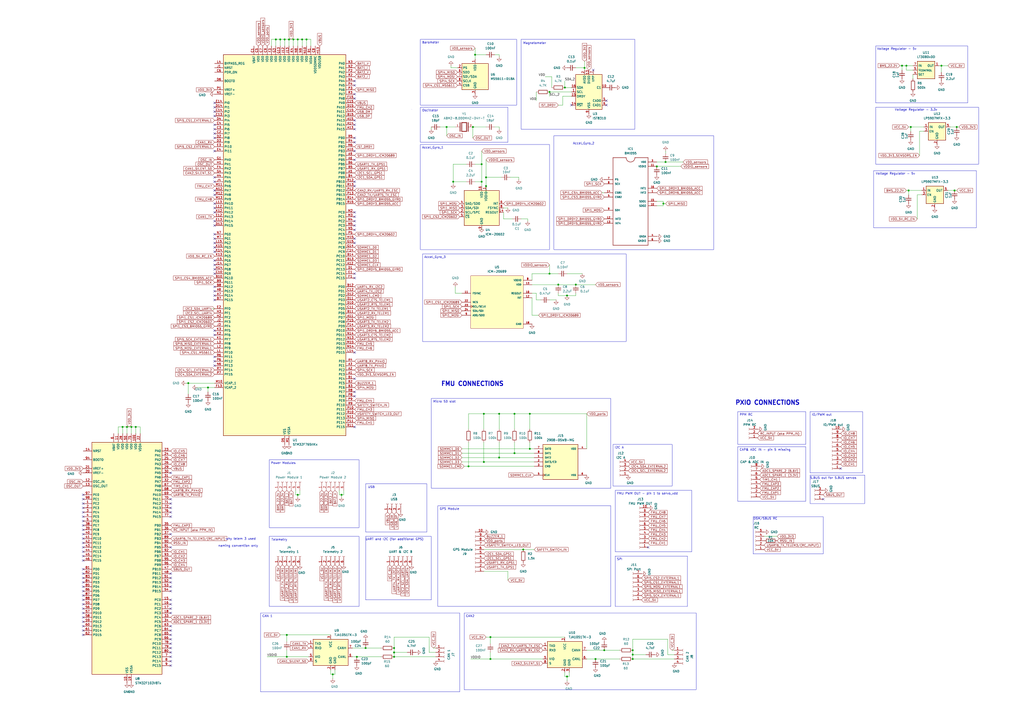
<source format=kicad_sch>
(kicad_sch (version 20250114) (generator "eeschema") (generator_version "9.0")
  (paper "A2")
  (title_block (title "STM32 Value Line Discovery - Shiled board") (date "20 oct 2012") (rev "1.0"))
  (lib_symbols
    (symbol "2908-05WB-MG:2908-05WB-MG" (pin_names (offset 1.016))
      (property "Reference" "J" (at -10.1759 10.1759 0))
      (property "Value" "2908-05WB-MG" (at -10.1675 -12.7094 0))
      (symbol "2908-05WB-MG_0_0"
        (pin bidirectional line (at -15.24 7.62 0) (length 5.08) (name "DAT0") (number "7"))
        (pin bidirectional line (at -15.24 5.08 0) (length 5.08) (name "DAT1") (number "8"))
        (pin bidirectional line (at -15.24 2.54 0) (length 5.08) (name "DAT2") (number "1"))
        (pin bidirectional line (at -15.24 0 0) (length 5.08) (name "DAT3/CD") (number "2"))
        (pin bidirectional line (at -15.24 -2.54 0) (length 5.08) (name "CMD") (number "3"))
        (pin bidirectional clock (at -15.24 -7.62 0) (length 5.08) (name "CLK") (number "5"))
        (pin power_in line (at 15.24 7.62 180) (length 5.08) (name "VDD") (number "4"))
        (pin power_in line (at 15.24 -7.62 180) (length 5.08) (name "VSS") (number "6"))
      )
    )
    (symbol "ABM2-8.000MHZ-D4Y-T:ABM2-8.000MHZ-D4Y-T" (pin_names (offset 1.016))
      (property "Reference" "Y" (at -5.0878 3.8159 0))
      (property "Value" "ABM2-8.000MHZ-D4Y-T" (at -5.0944 -5.0944 0))
      (symbol "ABM2-8.000MHZ-D4Y-T_0_0"
        (pin passive line (at -5.08 0 0) (length 2.54) (name "~") (number "1"))
        (pin passive line (at 5.08 0 180) (length 2.54) (name "~") (number "2"))
      )
    )
    (symbol "BMI055:BMI055" (pin_names (offset 1.016))
      (property "Reference" "IC" (at -10.1755 22.8948 0))
      (property "Value" "BMI055" (at -10.1753 -35.6135 0))
      (symbol "BMI055_0_0"
        (pin input line (at -15.24 7.62 0) (length 5.08) (name "PS") (number "7"))
        (pin input line (at -15.24 5.08 0) (length 5.08) (name "SCX") (number "8"))
        (pin input line (at -15.24 0 0) (length 5.08) (name "CSB1") (number "14"))
        (pin input line (at -15.24 -2.54 0) (length 5.08) (name "CSB2") (number "5"))
        (pin bidirectional line (at -15.24 -10.16 0) (length 5.08) (name "SDX") (number "9"))
        (pin bidirectional line (at -15.24 -15.24 0) (length 5.08) (name "INT3") (number "12"))
        (pin bidirectional line (at -15.24 -17.78 0) (length 5.08) (name "INT4") (number "13"))
        (pin power_in line (at 15.24 17.78 180) (length 5.08) (name "VDD") (number "3"))
        (pin power_in line (at 15.24 15.24 180) (length 5.08) (name "VDDIO") (number "11"))
        (pin output line (at 15.24 2.54 180) (length 5.08) (name "INT1") (number "16"))
        (pin output line (at 15.24 0 180) (length 5.08) (name "INT2") (number "1"))
        (pin output line (at 15.24 -5.08 180) (length 5.08) (name "SDO1") (number "15"))
        (pin output line (at 15.24 -7.62 180) (length 5.08) (name "SDO2") (number "10"))
        (pin passive line (at 15.24 -25.4 180) (length 5.08) (name "GNDA") (number "4"))
        (pin passive line (at 15.24 -27.94 180) (length 5.08) (name "GNDIO") (number "6"))
      )
    )
    (symbol "Connector:Conn_01x03_Socket" (pin_names (offset 1.016) (hide yes))
      (property "Reference" "J" (at 0 5.08 0))
      (property "Value" "Conn_01x03_Socket" (at 0 -5.08 0))
      (symbol "Conn_01x03_Socket_1_1"
        (pin passive line (at -5.08 2.54 0) (length 3.81) (name "Pin_1") (number "1"))
        (pin passive line (at -5.08 0 0) (length 3.81) (name "Pin_2") (number "2"))
        (pin passive line (at -5.08 -2.54 0) (length 3.81) (name "Pin_3") (number "3"))
      )
    )
    (symbol "Connector:Conn_01x04_Socket" (pin_names (offset 1.016) (hide yes))
      (property "Reference" "J" (at 0 5.08 0))
      (property "Value" "Conn_01x04_Socket" (at 0 -7.62 0))
      (symbol "Conn_01x04_Socket_1_1"
        (pin passive line (at -5.08 2.54 0) (length 3.81) (name "Pin_1") (number "1"))
        (pin passive line (at -5.08 0 0) (length 3.81) (name "Pin_2") (number "2"))
        (pin passive line (at -5.08 -2.54 0) (length 3.81) (name "Pin_3") (number "3"))
        (pin passive line (at -5.08 -5.08 0) (length 3.81) (name "Pin_4") (number "4"))
      )
    )
    (symbol "Connector:Conn_01x05_Socket" (pin_names (offset 1.016) (hide yes))
      (property "Reference" "J" (at 0 7.62 0))
      (property "Value" "Conn_01x05_Socket" (at 0 -7.62 0))
      (symbol "Conn_01x05_Socket_1_1"
        (pin passive line (at -5.08 5.08 0) (length 3.81) (name "Pin_1") (number "1"))
        (pin passive line (at -5.08 2.54 0) (length 3.81) (name "Pin_2") (number "2"))
        (pin passive line (at -5.08 0 0) (length 3.81) (name "Pin_3") (number "3"))
        (pin passive line (at -5.08 -2.54 0) (length 3.81) (name "Pin_4") (number "4"))
        (pin passive line (at -5.08 -5.08 0) (length 3.81) (name "Pin_5") (number "5"))
      )
    )
    (symbol "Connector:Conn_01x06_Socket" (pin_names (offset 1.016) (hide yes))
      (property "Reference" "J" (at 0 7.62 0))
      (property "Value" "Conn_01x06_Socket" (at 0 -10.16 0))
      (symbol "Conn_01x06_Socket_1_1"
        (pin passive line (at -5.08 5.08 0) (length 3.81) (name "Pin_1") (number "1"))
        (pin passive line (at -5.08 2.54 0) (length 3.81) (name "Pin_2") (number "2"))
        (pin passive line (at -5.08 0 0) (length 3.81) (name "Pin_3") (number "3"))
        (pin passive line (at -5.08 -2.54 0) (length 3.81) (name "Pin_4") (number "4"))
        (pin passive line (at -5.08 -5.08 0) (length 3.81) (name "Pin_5") (number "5"))
        (pin passive line (at -5.08 -7.62 0) (length 3.81) (name "Pin_6") (number "6"))
      )
    )
    (symbol "Connector:Conn_01x07_Socket" (pin_names (offset 1.016) (hide yes))
      (property "Reference" "J" (at 0 10.16 0))
      (property "Value" "Conn_01x07_Socket" (at 0 -10.16 0))
      (symbol "Conn_01x07_Socket_1_1"
        (pin passive line (at -5.08 7.62 0) (length 3.81) (name "Pin_1") (number "1"))
        (pin passive line (at -5.08 5.08 0) (length 3.81) (name "Pin_2") (number "2"))
        (pin passive line (at -5.08 2.54 0) (length 3.81) (name "Pin_3") (number "3"))
        (pin passive line (at -5.08 0 0) (length 3.81) (name "Pin_4") (number "4"))
        (pin passive line (at -5.08 -2.54 0) (length 3.81) (name "Pin_5") (number "5"))
        (pin passive line (at -5.08 -5.08 0) (length 3.81) (name "Pin_6") (number "6"))
        (pin passive line (at -5.08 -7.62 0) (length 3.81) (name "Pin_7") (number "7"))
      )
    )
    (symbol "Connector:Conn_01x08_Socket" (pin_names (offset 1.016) (hide yes))
      (property "Reference" "J" (at 0 10.16 0))
      (property "Value" "Conn_01x08_Socket" (at 0 -12.7 0))
      (symbol "Conn_01x08_Socket_1_1"
        (pin passive line (at -5.08 7.62 0) (length 3.81) (name "Pin_1") (number "1"))
        (pin passive line (at -5.08 5.08 0) (length 3.81) (name "Pin_2") (number "2"))
        (pin passive line (at -5.08 2.54 0) (length 3.81) (name "Pin_3") (number "3"))
        (pin passive line (at -5.08 0 0) (length 3.81) (name "Pin_4") (number "4"))
        (pin passive line (at -5.08 -2.54 0) (length 3.81) (name "Pin_5") (number "5"))
        (pin passive line (at -5.08 -5.08 0) (length 3.81) (name "Pin_6") (number "6"))
        (pin passive line (at -5.08 -7.62 0) (length 3.81) (name "Pin_7") (number "7"))
        (pin passive line (at -5.08 -10.16 0) (length 3.81) (name "Pin_8") (number "8"))
      )
    )
    (symbol "Connector:Conn_01x10_Socket" (pin_names (offset 1.016) (hide yes))
      (property "Reference" "J" (at 0 12.7 0))
      (property "Value" "Conn_01x10_Socket" (at 0 -15.24 0))
      (symbol "Conn_01x10_Socket_1_1"
        (pin passive line (at -5.08 10.16 0) (length 3.81) (name "Pin_1") (number "1"))
        (pin passive line (at -5.08 7.62 0) (length 3.81) (name "Pin_2") (number "2"))
        (pin passive line (at -5.08 5.08 0) (length 3.81) (name "Pin_3") (number "3"))
        (pin passive line (at -5.08 2.54 0) (length 3.81) (name "Pin_4") (number "4"))
        (pin passive line (at -5.08 0 0) (length 3.81) (name "Pin_5") (number "5"))
        (pin passive line (at -5.08 -2.54 0) (length 3.81) (name "Pin_6") (number "6"))
        (pin passive line (at -5.08 -5.08 0) (length 3.81) (name "Pin_7") (number "7"))
        (pin passive line (at -5.08 -7.62 0) (length 3.81) (name "Pin_8") (number "8"))
        (pin passive line (at -5.08 -10.16 0) (length 3.81) (name "Pin_9") (number "9"))
        (pin passive line (at -5.08 -12.7 0) (length 3.81) (name "Pin_10") (number "10"))
      )
    )
    (symbol "Device:C_Small" (pin_numbers (hide yes)) (pin_names (offset 0.254) (hide yes))
      (property "Reference" "C" (at 0.254 1.778 0))
      (property "Value" "C_Small" (at 0.254 -2.032 0))
      (symbol "C_Small_1_1"
        (pin passive line (at 0 2.54 270) (length 2.032) (name "~") (number "1"))
        (pin passive line (at 0 -2.54 90) (length 2.032) (name "~") (number "2"))
      )
    )
    (symbol "Device:R" (pin_numbers (hide yes)) (pin_names (offset 0))
      (property "Reference" "R" (at 2.032 0 90))
      (property "Value" "R" (at 0 0 90))
      (symbol "R_1_1"
        (pin passive line (at 0 3.81 270) (length 1.27) (name "~") (number "1"))
        (pin passive line (at 0 -3.81 90) (length 1.27) (name "~") (number "2"))
      )
    )
    (symbol "ICM-20689:ICM-20689" (pin_names (offset 1.016))
      (property "Reference" "U" (at -15.2635 15.7723 0))
      (property "Value" "ICM-20689" (at -15.265 -17.8092 0))
      (symbol "ICM-20689_0_0"
        (pin input line (at -20.32 5.08 0) (length 5.08) (name "FSYNC") (number "11"))
        (pin input line (at -20.32 0 0) (length 5.08) (name "NCS") (number "22"))
        (pin input clock (at -20.32 -2.54 0) (length 5.08) (name "SCL/SCLK") (number "23"))
        (pin bidirectional line (at -20.32 -5.08 0) (length 5.08) (name "SDA/SDI") (number "24"))
        (pin bidirectional line (at -20.32 -7.62 0) (length 5.08) (name "AD0/SDO") (number "9"))
        (pin power_in line (at 20.32 12.7 180) (length 5.08) (name "VDDIO") (number "8"))
        (pin power_in line (at 20.32 10.16 180) (length 5.08) (name "VDD") (number "13"))
        (pin output line (at 20.32 5.08 180) (length 5.08) (name "REGOUT") (number "10"))
        (pin output line (at 20.32 2.54 180) (length 5.08) (name "INT") (number "12"))
        (pin power_in line (at 20.32 -12.7 180) (length 5.08) (name "GND") (number "18"))
      )
    )
    (symbol "Interface_CAN_LIN:TJA1051TK-3" (pin_names (offset 1.016))
      (property "Reference" "U" (at -10.16 8.89 0))
      (property "Value" "TJA1051TK-3" (at 1.27 8.89 0))
      (symbol "TJA1051TK-3_1_1"
        (pin input line (at -12.7 5.08 0) (length 2.54) (name "TXD") (number "1"))
        (pin output line (at -12.7 2.54 0) (length 2.54) (name "RXD") (number "4"))
        (pin power_in line (at -12.7 -2.54 0) (length 2.54) (name "VIO") (number "5"))
        (pin input line (at -12.7 -5.08 0) (length 2.54) (name "S") (number "8"))
        (pin power_in line (at 0 10.16 270) (length 2.54) (name "VCC") (number "3"))
        (pin power_in line (at 0 -10.16 90) (length 2.54) (name "GND") (number "2"))
        (pin power_in line (at 2.54 -10.16 90) (length 2.54) (name "GND") (number "9"))
        (pin bidirectional line (at 12.7 2.54 180) (length 2.54) (name "CANH") (number "7"))
        (pin bidirectional line (at 12.7 -2.54 180) (length 2.54) (name "CANL") (number "6"))
      )
    )
    (symbol "MCU_ST_STM32F1:STM32F103V8Tx"
      (property "Reference" "U" (at -20.32 69.85 0))
      (property "Value" "STM32F103V8Tx" (at 10.16 69.85 0))
      (symbol "STM32F103V8Tx_1_1"
        (pin input line (at -25.4 63.5 0) (length 5.08) (name "NRST") (number "14"))
        (pin input line (at -25.4 58.42 0) (length 5.08) (name "BOOT0") (number "94"))
        (pin input line (at -25.4 53.34 0) (length 5.08) (name "VREF+") (number "21"))
        (pin input line (at -25.4 50.8 0) (length 5.08) (name "VREF-") (number "20"))
        (pin input line (at -25.4 45.72 0) (length 5.08) (name "OSC_IN") (number "12"))
        (pin input line (at -25.4 43.18 0) (length 5.08) (name "OSC_OUT") (number "13"))
        (pin bidirectional line (at -25.4 38.1 0) (length 5.08) (name "PE0") (number "97"))
        (pin bidirectional line (at -25.4 35.56 0) (length 5.08) (name "PE1") (number "98"))
        (pin bidirectional line (at -25.4 33.02 0) (length 5.08) (name "PE2") (number "1"))
        (pin bidirectional line (at -25.4 30.48 0) (length 5.08) (name "PE3") (number "2"))
        (pin bidirectional line (at -25.4 27.94 0) (length 5.08) (name "PE4") (number "3"))
        (pin bidirectional line (at -25.4 25.4 0) (length 5.08) (name "PE5") (number "4"))
        (pin bidirectional line (at -25.4 22.86 0) (length 5.08) (name "PE6") (number "5"))
        (pin bidirectional line (at -25.4 20.32 0) (length 5.08) (name "PE7") (number "38"))
        (pin bidirectional line (at -25.4 17.78 0) (length 5.08) (name "PE8") (number "39"))
        (pin bidirectional line (at -25.4 15.24 0) (length 5.08) (name "PE9") (number "40"))
        (pin bidirectional line (at -25.4 12.7 0) (length 5.08) (name "PE10") (number "41"))
        (pin bidirectional line (at -25.4 10.16 0) (length 5.08) (name "PE11") (number "42"))
        (pin bidirectional line (at -25.4 7.62 0) (length 5.08) (name "PE12") (number "43"))
        (pin bidirectional line (at -25.4 5.08 0) (length 5.08) (name "PE13") (number "44"))
        (pin bidirectional line (at -25.4 2.54 0) (length 5.08) (name "PE14") (number "45"))
        (pin bidirectional line (at -25.4 0 0) (length 5.08) (name "PE15") (number "46"))
        (pin bidirectional line (at -25.4 -5.08 0) (length 5.08) (name "PD0") (number "81"))
        (pin bidirectional line (at -25.4 -7.62 0) (length 5.08) (name "PD1") (number "82"))
        (pin bidirectional line (at -25.4 -10.16 0) (length 5.08) (name "PD2") (number "83"))
        (pin bidirectional line (at -25.4 -12.7 0) (length 5.08) (name "PD3") (number "84"))
        (pin bidirectional line (at -25.4 -15.24 0) (length 5.08) (name "PD4") (number "85"))
        (pin bidirectional line (at -25.4 -17.78 0) (length 5.08) (name "PD5") (number "86"))
        (pin bidirectional line (at -25.4 -20.32 0) (length 5.08) (name "PD6") (number "87"))
        (pin bidirectional line (at -25.4 -22.86 0) (length 5.08) (name "PD7") (number "88"))
        (pin bidirectional line (at -25.4 -25.4 0) (length 5.08) (name "PD8") (number "55"))
        (pin bidirectional line (at -25.4 -27.94 0) (length 5.08) (name "PD9") (number "56"))
        (pin bidirectional line (at -25.4 -30.48 0) (length 5.08) (name "PD10") (number "57"))
        (pin bidirectional line (at -25.4 -33.02 0) (length 5.08) (name "PD11") (number "58"))
        (pin bidirectional line (at -25.4 -35.56 0) (length 5.08) (name "PD12") (number "59"))
        (pin bidirectional line (at -25.4 -38.1 0) (length 5.08) (name "PD13") (number "60"))
        (pin bidirectional line (at -25.4 -40.64 0) (length 5.08) (name "PD14") (number "61"))
        (pin bidirectional line (at -25.4 -43.18 0) (length 5.08) (name "PD15") (number "62"))
        (pin no_connect line (at -20.32 -66.04 0) (length 5.08) (hide yes) (name "NC") (number "73"))
        (pin power_in line (at -7.62 73.66 270) (length 5.08) (name "VBAT") (number "6"))
        (pin power_in line (at -5.08 73.66 270) (length 5.08) (name "VDD") (number "11"))
        (pin power_in line (at -2.54 73.66 270) (length 5.08) (name "VDD") (number "28"))
        (pin power_in line (at 0 73.66 270) (length 5.08) (name "VDD") (number "50"))
        (pin power_in line (at 0 -71.12 90) (length 5.08) (name "VSS") (number "10"))
        (pin passive line (at 0 -71.12 90) (length 5.08) (hide yes) (name "VSS") (number "27"))
        (pin passive line (at 0 -71.12 90) (length 5.08) (hide yes) (name "VSS") (number "49"))
        (pin passive line (at 0 -71.12 90) (length 5.08) (hide yes) (name "VSS") (number "74"))
        (pin passive line (at 0 -71.12 90) (length 5.08) (hide yes) (name "VSS") (number "99"))
        (pin power_in line (at 2.54 73.66 270) (length 5.08) (name "VDD") (number "75"))
        (pin power_in line (at 2.54 -71.12 90) (length 5.08) (name "VSSA") (number "19"))
        (pin power_in line (at 5.08 73.66 270) (length 5.08) (name "VDD") (number "100"))
        (pin power_in line (at 7.62 73.66 270) (length 5.08) (name "VDDA") (number "22"))
        (pin bidirectional line (at 25.4 63.5 180) (length 5.08) (name "PA0") (number "23"))
        (pin bidirectional line (at 25.4 60.96 180) (length 5.08) (name "PA1") (number "24"))
        (pin bidirectional line (at 25.4 58.42 180) (length 5.08) (name "PA2") (number "25"))
        (pin bidirectional line (at 25.4 55.88 180) (length 5.08) (name "PA3") (number "26"))
        (pin bidirectional line (at 25.4 53.34 180) (length 5.08) (name "PA4") (number "29"))
        (pin bidirectional line (at 25.4 50.8 180) (length 5.08) (name "PA5") (number "30"))
        (pin bidirectional line (at 25.4 48.26 180) (length 5.08) (name "PA6") (number "31"))
        (pin bidirectional line (at 25.4 45.72 180) (length 5.08) (name "PA7") (number "32"))
        (pin bidirectional line (at 25.4 43.18 180) (length 5.08) (name "PA8") (number "67"))
        (pin bidirectional line (at 25.4 40.64 180) (length 5.08) (name "PA9") (number "68"))
        (pin bidirectional line (at 25.4 38.1 180) (length 5.08) (name "PA10") (number "69"))
        (pin bidirectional line (at 25.4 35.56 180) (length 5.08) (name "PA11") (number "70"))
        (pin bidirectional line (at 25.4 33.02 180) (length 5.08) (name "PA12") (number "71"))
        (pin bidirectional line (at 25.4 30.48 180) (length 5.08) (name "PA13") (number "72"))
        (pin bidirectional line (at 25.4 27.94 180) (length 5.08) (name "PA14") (number "76"))
        (pin bidirectional line (at 25.4 25.4 180) (length 5.08) (name "PA15") (number "77"))
        (pin bidirectional line (at 25.4 20.32 180) (length 5.08) (name "PB0") (number "35"))
        (pin bidirectional line (at 25.4 17.78 180) (length 5.08) (name "PB1") (number "36"))
        (pin bidirectional line (at 25.4 15.24 180) (length 5.08) (name "PB2") (number "37"))
        (pin bidirectional line (at 25.4 12.7 180) (length 5.08) (name "PB3") (number "89"))
        (pin bidirectional line (at 25.4 10.16 180) (length 5.08) (name "PB4") (number "90"))
        (pin bidirectional line (at 25.4 7.62 180) (length 5.08) (name "PB5") (number "91"))
        (pin bidirectional line (at 25.4 5.08 180) (length 5.08) (name "PB6") (number "92"))
        (pin bidirectional line (at 25.4 2.54 180) (length 5.08) (name "PB7") (number "93"))
        (pin bidirectional line (at 25.4 0 180) (length 5.08) (name "PB8") (number "95"))
        (pin bidirectional line (at 25.4 -2.54 180) (length 5.08) (name "PB9") (number "96"))
        (pin bidirectional line (at 25.4 -5.08 180) (length 5.08) (name "PB10") (number "47"))
        (pin bidirectional line (at 25.4 -7.62 180) (length 5.08) (name "PB11") (number "48"))
        (pin bidirectional line (at 25.4 -10.16 180) (length 5.08) (name "PB12") (number "51"))
        (pin bidirectional line (at 25.4 -12.7 180) (length 5.08) (name "PB13") (number "52"))
        (pin bidirectional line (at 25.4 -15.24 180) (length 5.08) (name "PB14") (number "53"))
        (pin bidirectional line (at 25.4 -17.78 180) (length 5.08) (name "PB15") (number "54"))
        (pin bidirectional line (at 25.4 -22.86 180) (length 5.08) (name "PC0") (number "15"))
        (pin bidirectional line (at 25.4 -25.4 180) (length 5.08) (name "PC1") (number "16"))
        (pin bidirectional line (at 25.4 -27.94 180) (length 5.08) (name "PC2") (number "17"))
        (pin bidirectional line (at 25.4 -30.48 180) (length 5.08) (name "PC3") (number "18"))
        (pin bidirectional line (at 25.4 -33.02 180) (length 5.08) (name "PC4") (number "33"))
        (pin bidirectional line (at 25.4 -35.56 180) (length 5.08) (name "PC5") (number "34"))
        (pin bidirectional line (at 25.4 -38.1 180) (length 5.08) (name "PC6") (number "63"))
        (pin bidirectional line (at 25.4 -40.64 180) (length 5.08) (name "PC7") (number "64"))
        (pin bidirectional line (at 25.4 -43.18 180) (length 5.08) (name "PC8") (number "65"))
        (pin bidirectional line (at 25.4 -45.72 180) (length 5.08) (name "PC9") (number "66"))
        (pin bidirectional line (at 25.4 -48.26 180) (length 5.08) (name "PC10") (number "78"))
        (pin bidirectional line (at 25.4 -50.8 180) (length 5.08) (name "PC11") (number "79"))
        (pin bidirectional line (at 25.4 -53.34 180) (length 5.08) (name "PC12") (number "80"))
        (pin bidirectional line (at 25.4 -55.88 180) (length 5.08) (name "PC13") (number "7"))
        (pin bidirectional line (at 25.4 -58.42 180) (length 5.08) (name "PC14") (number "8"))
        (pin bidirectional line (at 25.4 -60.96 180) (length 5.08) (name "PC15") (number "9"))
      )
    )
    (symbol "MCU_ST_STM32F7:STM32F765IIKx"
      (property "Reference" "U" (at -35.56 113.03 0))
      (property "Value" "STM32F765IIKx" (at 22.86 113.03 0))
      (symbol "STM32F765IIKx_1_1"
        (pin input line (at -40.64 106.68 0) (length 5.08) (name "BYPASS_REG") (number "L4"))
        (pin input line (at -40.64 104.14 0) (length 5.08) (name "NRST") (number "J1"))
        (pin input line (at -40.64 101.6 0) (length 5.08) (name "PDR_ON") (number "C6"))
        (pin input line (at -40.64 96.52 0) (length 5.08) (name "BOOT0") (number "D6"))
        (pin input line (at -40.64 91.44 0) (length 5.08) (name "VREF+") (number "P1"))
        (pin input line (at -40.64 88.9 0) (length 5.08) (name "VREF-") (number "N1"))
        (pin bidirectional line (at -40.64 83.82 0) (length 5.08) (name "PI0") (number "E14"))
        (pin bidirectional line (at -40.64 81.28 0) (length 5.08) (name "PI1") (number "D14"))
        (pin bidirectional line (at -40.64 78.74 0) (length 5.08) (name "PI2") (number "C14"))
        (pin bidirectional line (at -40.64 76.2 0) (length 5.08) (name "PI3") (number "C13"))
        (pin bidirectional line (at -40.64 73.66 0) (length 5.08) (name "PI4") (number "D4"))
        (pin bidirectional line (at -40.64 71.12 0) (length 5.08) (name "PI5") (number "C4"))
        (pin bidirectional line (at -40.64 68.58 0) (length 5.08) (name "PI6") (number "C3"))
        (pin bidirectional line (at -40.64 66.04 0) (length 5.08) (name "PI7") (number "C2"))
        (pin bidirectional line (at -40.64 63.5 0) (length 5.08) (name "PI8") (number "D2"))
        (pin bidirectional line (at -40.64 60.96 0) (length 5.08) (name "PI9") (number "D3"))
        (pin bidirectional line (at -40.64 58.42 0) (length 5.08) (name "PI10") (number "E3"))
        (pin bidirectional line (at -40.64 55.88 0) (length 5.08) (name "PI11") (number "E4"))
        (pin bidirectional line (at -40.64 50.8 0) (length 5.08) (name "PH0") (number "G1"))
        (pin bidirectional line (at -40.64 48.26 0) (length 5.08) (name "PH1") (number "H1"))
        (pin bidirectional line (at -40.64 45.72 0) (length 5.08) (name "PH2") (number "F4"))
        (pin bidirectional line (at -40.64 43.18 0) (length 5.08) (name "PH3") (number "G4"))
        (pin bidirectional line (at -40.64 40.64 0) (length 5.08) (name "PH4") (number "H4"))
        (pin bidirectional line (at -40.64 38.1 0) (length 5.08) (name "PH5") (number "J4"))
        (pin bidirectional line (at -40.64 35.56 0) (length 5.08) (name "PH6") (number "M11"))
        (pin bidirectional line (at -40.64 33.02 0) (length 5.08) (name "PH7") (number "N12"))
        (pin bidirectional line (at -40.64 30.48 0) (length 5.08) (name "PH8") (number "M12"))
        (pin bidirectional line (at -40.64 27.94 0) (length 5.08) (name "PH9") (number "M13"))
        (pin bidirectional line (at -40.64 25.4 0) (length 5.08) (name "PH10") (number "L13"))
        (pin bidirectional line (at -40.64 22.86 0) (length 5.08) (name "PH11") (number "L12"))
        (pin bidirectional line (at -40.64 20.32 0) (length 5.08) (name "PH12") (number "K12"))
        (pin bidirectional line (at -40.64 17.78 0) (length 5.08) (name "PH13") (number "E12"))
        (pin bidirectional line (at -40.64 15.24 0) (length 5.08) (name "PH14") (number "E13"))
        (pin bidirectional line (at -40.64 12.7 0) (length 5.08) (name "PH15") (number "D13"))
        (pin bidirectional line (at -40.64 7.62 0) (length 5.08) (name "PG0") (number "N7"))
        (pin bidirectional line (at -40.64 5.08 0) (length 5.08) (name "PG1") (number "M7"))
        (pin bidirectional line (at -40.64 2.54 0) (length 5.08) (name "PG2") (number "L15"))
        (pin bidirectional line (at -40.64 0 0) (length 5.08) (name "PG3") (number "K15"))
        (pin bidirectional line (at -40.64 -2.54 0) (length 5.08) (name "PG4") (number "K14"))
        (pin bidirectional line (at -40.64 -5.08 0) (length 5.08) (name "PG5") (number "K13"))
        (pin bidirectional line (at -40.64 -7.62 0) (length 5.08) (name "PG6") (number "J15"))
        (pin bidirectional line (at -40.64 -10.16 0) (length 5.08) (name "PG7") (number "J14"))
        (pin bidirectional line (at -40.64 -12.7 0) (length 5.08) (name "PG8") (number "H14"))
        (pin bidirectional line (at -40.64 -15.24 0) (length 5.08) (name "PG9") (number "C10"))
        (pin bidirectional line (at -40.64 -17.78 0) (length 5.08) (name "PG10") (number "B10"))
        (pin bidirectional line (at -40.64 -20.32 0) (length 5.08) (name "PG11") (number "B9"))
        (pin bidirectional line (at -40.64 -22.86 0) (length 5.08) (name "PG12") (number "B8"))
        (pin bidirectional line (at -40.64 -25.4 0) (length 5.08) (name "PG13") (number "A8"))
        (pin bidirectional line (at -40.64 -27.94 0) (length 5.08) (name "PG14") (number "A7"))
        (pin bidirectional line (at -40.64 -30.48 0) (length 5.08) (name "PG15") (number "B7"))
        (pin bidirectional line (at -40.64 -35.56 0) (length 5.08) (name "PF0") (number "E2"))
        (pin bidirectional line (at -40.64 -38.1 0) (length 5.08) (name "PF1") (number "H3"))
        (pin bidirectional line (at -40.64 -40.64 0) (length 5.08) (name "PF2") (number "H2"))
        (pin bidirectional line (at -40.64 -43.18 0) (length 5.08) (name "PF3") (number "J2"))
        (pin bidirectional line (at -40.64 -45.72 0) (length 5.08) (name "PF4") (number "J3"))
        (pin bidirectional line (at -40.64 -48.26 0) (length 5.08) (name "PF5") (number "K3"))
        (pin bidirectional line (at -40.64 -50.8 0) (length 5.08) (name "PF6") (number "K2"))
        (pin bidirectional line (at -40.64 -53.34 0) (length 5.08) (name "PF7") (number "K1"))
        (pin bidirectional line (at -40.64 -55.88 0) (length 5.08) (name "PF8") (number "L3"))
        (pin bidirectional line (at -40.64 -58.42 0) (length 5.08) (name "PF9") (number "L2"))
        (pin bidirectional line (at -40.64 -60.96 0) (length 5.08) (name "PF10") (number "L1"))
        (pin bidirectional line (at -40.64 -63.5 0) (length 5.08) (name "PF11") (number "R6"))
        (pin bidirectional line (at -40.64 -66.04 0) (length 5.08) (name "PF12") (number "P6"))
        (pin bidirectional line (at -40.64 -68.58 0) (length 5.08) (name "PF13") (number "N6"))
        (pin bidirectional line (at -40.64 -71.12 0) (length 5.08) (name "PF14") (number "R7"))
        (pin bidirectional line (at -40.64 -73.66 0) (length 5.08) (name "PF15") (number "P7"))
        (pin power_out line (at -40.64 -78.74 0) (length 5.08) (name "VCAP_1") (number "M10"))
        (pin power_out line (at -40.64 -81.28 0) (length 5.08) (name "VCAP_2") (number "F13"))
        (pin power_in line (at -17.78 116.84 270) (length 5.08) (name "VBAT") (number "C1"))
        (pin power_in line (at -15.24 116.84 270) (length 5.08) (name "VDD") (number "C5"))
        (pin power_in line (at -12.7 116.84 270) (length 5.08) (name "VDD") (number "C7"))
        (pin power_in line (at -10.16 116.84 270) (length 5.08) (name "VDD") (number "C9"))
        (pin power_in line (at -7.62 116.84 270) (length 5.08) (name "VDD") (number "F3"))
        (pin power_in line (at -5.08 116.84 270) (length 5.08) (name "VDD") (number "G3"))
        (pin power_in line (at -2.54 116.84 270) (length 5.08) (name "VDD") (number "G13"))
        (pin power_in line (at 0 116.84 270) (length 5.08) (name "VDD") (number "J12"))
        (pin power_in line (at 0 -114.3 90) (length 5.08) (name "VSS") (number "D5"))
        (pin passive line (at 0 -114.3 90) (length 5.08) (hide yes) (name "VSS") (number "D7"))
        (pin passive line (at 0 -114.3 90) (length 5.08) (hide yes) (name "VSS") (number "D8"))
        (pin passive line (at 0 -114.3 90) (length 5.08) (hide yes) (name "VSS") (number "D9"))
        (pin passive line (at 0 -114.3 90) (length 5.08) (hide yes) (name "VSS") (number "F10"))
        (pin passive line (at 0 -114.3 90) (length 5.08) (hide yes) (name "VSS") (number "F12"))
        (pin passive line (at 0 -114.3 90) (length 5.08) (hide yes) (name "VSS") (number "F2"))
        (pin passive line (at 0 -114.3 90) (length 5.08) (hide yes) (name "VSS") (number "F6"))
        (pin passive line (at 0 -114.3 90) (length 5.08) (hide yes) (name "VSS") (number "F7"))
        (pin passive line (at 0 -114.3 90) (length 5.08) (hide yes) (name "VSS") (number "F8"))
        (pin passive line (at 0 -114.3 90) (length 5.08) (hide yes) (name "VSS") (number "F9"))
        (pin passive line (at 0 -114.3 90) (length 5.08) (hide yes) (name "VSS") (number "G10"))
        (pin passive line (at 0 -114.3 90) (length 5.08) (hide yes) (name "VSS") (number "G12"))
        (pin passive line (at 0 -114.3 90) (length 5.08) (hide yes) (name "VSS") (number "G2"))
        (pin passive line (at 0 -114.3 90) (length 5.08) (hide yes) (name "VSS") (number "G6"))
        (pin passive line (at 0 -114.3 90) (length 5.08) (hide yes) (name "VSS") (number "G7"))
        (pin passive line (at 0 -114.3 90) (length 5.08) (hide yes) (name "VSS") (number "G8"))
        (pin passive line (at 0 -114.3 90) (length 5.08) (hide yes) (name "VSS") (number "G9"))
        (pin passive line (at 0 -114.3 90) (length 5.08) (hide yes) (name "VSS") (number "H10"))
        (pin passive line (at 0 -114.3 90) (length 5.08) (hide yes) (name "VSS") (number "H12"))
        (pin passive line (at 0 -114.3 90) (length 5.08) (hide yes) (name "VSS") (number "H6"))
        (pin passive line (at 0 -114.3 90) (length 5.08) (hide yes) (name "VSS") (number "H7"))
        (pin passive line (at 0 -114.3 90) (length 5.08) (hide yes) (name "VSS") (number "H8"))
        (pin passive line (at 0 -114.3 90) (length 5.08) (hide yes) (name "VSS") (number "H9"))
        (pin passive line (at 0 -114.3 90) (length 5.08) (hide yes) (name "VSS") (number "J10"))
        (pin passive line (at 0 -114.3 90) (length 5.08) (hide yes) (name "VSS") (number "J6"))
        (pin passive line (at 0 -114.3 90) (length 5.08) (hide yes) (name "VSS") (number "J7"))
        (pin passive line (at 0 -114.3 90) (length 5.08) (hide yes) (name "VSS") (number "J8"))
        (pin passive line (at 0 -114.3 90) (length 5.08) (hide yes) (name "VSS") (number "J9"))
        (pin passive line (at 0 -114.3 90) (length 5.08) (hide yes) (name "VSS") (number "K10"))
        (pin passive line (at 0 -114.3 90) (length 5.08) (hide yes) (name "VSS") (number "K6"))
        (pin passive line (at 0 -114.3 90) (length 5.08) (hide yes) (name "VSS") (number "K7"))
        (pin passive line (at 0 -114.3 90) (length 5.08) (hide yes) (name "VSS") (number "K8"))
        (pin passive line (at 0 -114.3 90) (length 5.08) (hide yes) (name "VSS") (number "K9"))
        (pin passive line (at 0 -114.3 90) (length 5.08) (hide yes) (name "VSS") (number "M8"))
        (pin passive line (at 0 -114.3 90) (length 5.08) (hide yes) (name "VSS") (number "M9"))
        (pin power_in line (at 2.54 116.84 270) (length 5.08) (name "VDD") (number "J13"))
        (pin power_in line (at 2.54 -114.3 90) (length 5.08) (name "VSSA") (number "M1"))
        (pin power_in line (at 5.08 116.84 270) (length 5.08) (name "VDD") (number "K4"))
        (pin power_in line (at 7.62 116.84 270) (length 5.08) (name "VDD") (number "N8"))
        (pin power_in line (at 10.16 116.84 270) (length 5.08) (name "VDD") (number "N9"))
        (pin power_in line (at 12.7 116.84 270) (length 5.08) (name "VDD") (number "N10"))
        (pin power_in line (at 15.24 116.84 270) (length 5.08) (name "VDDA") (number "R1"))
        (pin power_in line (at 17.78 116.84 270) (length 5.08) (name "VDDSDMMC") (number "C8"))
        (pin power_in line (at 20.32 116.84 270) (length 5.08) (name "VDDUSB") (number "H13"))
        (pin bidirectional line (at 40.64 106.68 180) (length 5.08) (name "PA0") (number "N3"))
        (pin bidirectional line (at 40.64 104.14 180) (length 5.08) (name "PA1") (number "N2"))
        (pin bidirectional line (at 40.64 101.6 180) (length 5.08) (name "PA2") (number "P2"))
        (pin bidirectional line (at 40.64 99.06 180) (length 5.08) (name "PA3") (number "R2"))
        (pin bidirectional line (at 40.64 96.52 180) (length 5.08) (name "PA4") (number "N4"))
        (pin bidirectional line (at 40.64 93.98 180) (length 5.08) (name "PA5") (number "P4"))
        (pin bidirectional line (at 40.64 91.44 180) (length 5.08) (name "PA6") (number "P3"))
        (pin bidirectional line (at 40.64 88.9 180) (length 5.08) (name "PA7") (number "R3"))
        (pin bidirectional line (at 40.64 86.36 180) (length 5.08) (name "PA8") (number "F15"))
        (pin bidirectional line (at 40.64 83.82 180) (length 5.08) (name "PA9") (number "E15"))
        (pin bidirectional line (at 40.64 81.28 180) (length 5.08) (name "PA10") (number "D15"))
        (pin bidirectional line (at 40.64 78.74 180) (length 5.08) (name "PA11") (number "C15"))
        (pin bidirectional line (at 40.64 76.2 180) (length 5.08) (name "PA12") (number "B15"))
        (pin bidirectional line (at 40.64 73.66 180) (length 5.08) (name "PA13") (number "A15"))
        (pin bidirectional line (at 40.64 71.12 180) (length 5.08) (name "PA14") (number "A14"))
        (pin bidirectional line (at 40.64 68.58 180) (length 5.08) (name "PA15") (number "A13"))
        (pin bidirectional line (at 40.64 63.5 180) (length 5.08) (name "PB0") (number "R5"))
        (pin bidirectional line (at 40.64 60.96 180) (length 5.08) (name "PB1") (number "R4"))
        (pin bidirectional line (at 40.64 58.42 180) (length 5.08) (name "PB2") (number "M6"))
        (pin bidirectional line (at 40.64 55.88 180) (length 5.08) (name "PB3") (number "A10"))
        (pin bidirectional line (at 40.64 53.34 180) (length 5.08) (name "PB4") (number "A9"))
        (pin bidirectional line (at 40.64 50.8 180) (length 5.08) (name "PB5") (number "A6"))
        (pin bidirectional line (at 40.64 48.26 180) (length 5.08) (name "PB6") (number "B6"))
        (pin bidirectional line (at 40.64 45.72 180) (length 5.08) (name "PB7") (number "B5"))
        (pin bidirectional line (at 40.64 43.18 180) (length 5.08) (name "PB8") (number "A5"))
        (pin bidirectional line (at 40.64 40.64 180) (length 5.08) (name "PB9") (number "B4"))
        (pin bidirectional line (at 40.64 38.1 180) (length 5.08) (name "PB10") (number "R12"))
        (pin bidirectional line (at 40.64 35.56 180) (length 5.08) (name "PB11") (number "R13"))
        (pin bidirectional line (at 40.64 33.02 180) (length 5.08) (name "PB12") (number "P12"))
        (pin bidirectional line (at 40.64 30.48 180) (length 5.08) (name "PB13") (number "P13"))
        (pin bidirectional line (at 40.64 27.94 180) (length 5.08) (name "PB14") (number "R14"))
        (pin bidirectional line (at 40.64 25.4 180) (length 5.08) (name "PB15") (number "R15"))
        (pin bidirectional line (at 40.64 20.32 180) (length 5.08) (name "PC0") (number "M2"))
        (pin bidirectional line (at 40.64 17.78 180) (length 5.08) (name "PC1") (number "M3"))
        (pin bidirectional line (at 40.64 15.24 180) (length 5.08) (name "PC2") (number "M4"))
        (pin bidirectional line (at 40.64 12.7 180) (length 5.08) (name "PC3") (number "M5"))
        (pin bidirectional line (at 40.64 10.16 180) (length 5.08) (name "PC4") (number "N5"))
        (pin bidirectional line (at 40.64 7.62 180) (length 5.08) (name "PC5") (number "P5"))
        (pin bidirectional line (at 40.64 5.08 180) (length 5.08) (name "PC6") (number "H15"))
        (pin bidirectional line (at 40.64 2.54 180) (length 5.08) (name "PC7") (number "G15"))
        (pin bidirectional line (at 40.64 0 180) (length 5.08) (name "PC8") (number "G14"))
        (pin bidirectional line (at 40.64 -2.54 180) (length 5.08) (name "PC9") (number "F14"))
        (pin bidirectional line (at 40.64 -5.08 180) (length 5.08) (name "PC10") (number "B14"))
        (pin bidirectional line (at 40.64 -7.62 180) (length 5.08) (name "PC11") (number "B13"))
        (pin bidirectional line (at 40.64 -10.16 180) (length 5.08) (name "PC12") (number "A12"))
        (pin bidirectional line (at 40.64 -12.7 180) (length 5.08) (name "PC13") (number "D1"))
        (pin bidirectional line (at 40.64 -15.24 180) (length 5.08) (name "PC14") (number "E1"))
        (pin bidirectional line (at 40.64 -17.78 180) (length 5.08) (name "PC15") (number "F1"))
        (pin bidirectional line (at 40.64 -22.86 180) (length 5.08) (name "PD0") (number "B12"))
        (pin bidirectional line (at 40.64 -25.4 180) (length 5.08) (name "PD1") (number "C12"))
        (pin bidirectional line (at 40.64 -27.94 180) (length 5.08) (name "PD2") (number "D12"))
        (pin bidirectional line (at 40.64 -30.48 180) (length 5.08) (name "PD3") (number "D11"))
        (pin bidirectional line (at 40.64 -33.02 180) (length 5.08) (name "PD4") (number "D10"))
        (pin bidirectional line (at 40.64 -35.56 180) (length 5.08) (name "PD5") (number "C11"))
        (pin bidirectional line (at 40.64 -38.1 180) (length 5.08) (name "PD6") (number "B11"))
        (pin bidirectional line (at 40.64 -40.64 180) (length 5.08) (name "PD7") (number "A11"))
        (pin bidirectional line (at 40.64 -43.18 180) (length 5.08) (name "PD8") (number "P15"))
        (pin bidirectional line (at 40.64 -45.72 180) (length 5.08) (name "PD9") (number "P14"))
        (pin bidirectional line (at 40.64 -48.26 180) (length 5.08) (name "PD10") (number "N15"))
        (pin bidirectional line (at 40.64 -50.8 180) (length 5.08) (name "PD11") (number "N14"))
        (pin bidirectional line (at 40.64 -53.34 180) (length 5.08) (name "PD12") (number "N13"))
        (pin bidirectional line (at 40.64 -55.88 180) (length 5.08) (name "PD13") (number "M15"))
        (pin bidirectional line (at 40.64 -58.42 180) (length 5.08) (name "PD14") (number "M14"))
        (pin bidirectional line (at 40.64 -60.96 180) (length 5.08) (name "PD15") (number "L14"))
        (pin bidirectional line (at 40.64 -66.04 180) (length 5.08) (name "PE0") (number "A4"))
        (pin bidirectional line (at 40.64 -68.58 180) (length 5.08) (name "PE1") (number "A3"))
        (pin bidirectional line (at 40.64 -71.12 180) (length 5.08) (name "PE2") (number "A2"))
        (pin bidirectional line (at 40.64 -73.66 180) (length 5.08) (name "PE3") (number "A1"))
        (pin bidirectional line (at 40.64 -76.2 180) (length 5.08) (name "PE4") (number "B1"))
        (pin bidirectional line (at 40.64 -78.74 180) (length 5.08) (name "PE5") (number "B2"))
        (pin bidirectional line (at 40.64 -81.28 180) (length 5.08) (name "PE6") (number "B3"))
        (pin bidirectional line (at 40.64 -83.82 180) (length 5.08) (name "PE7") (number "R8"))
        (pin bidirectional line (at 40.64 -86.36 180) (length 5.08) (name "PE8") (number "P8"))
        (pin bidirectional line (at 40.64 -88.9 180) (length 5.08) (name "PE9") (number "P9"))
        (pin bidirectional line (at 40.64 -91.44 180) (length 5.08) (name "PE10") (number "R9"))
        (pin bidirectional line (at 40.64 -93.98 180) (length 5.08) (name "PE11") (number "P10"))
        (pin bidirectional line (at 40.64 -96.52 180) (length 5.08) (name "PE12") (number "R10"))
        (pin bidirectional line (at 40.64 -99.06 180) (length 5.08) (name "PE13") (number "N11"))
        (pin bidirectional line (at 40.64 -101.6 180) (length 5.08) (name "PE14") (number "P11"))
        (pin bidirectional line (at 40.64 -104.14 180) (length 5.08) (name "PE15") (number "R11"))
      )
    )
    (symbol "Regulator_Linear:LP5907MFX-3.3"
      (property "Reference" "U" (at -3.81 6.35 0))
      (property "Value" "LP5907MFX-3.3" (at 6.35 6.35 0))
      (symbol "LP5907MFX-3.3_0_1"
        (pin power_in line (at -7.62 2.54 0) (length 2.54) (name "IN") (number "1"))
        (pin input line (at -7.62 0 0) (length 2.54) (name "EN") (number "3"))
        (pin power_in line (at 0 -7.62 90) (length 2.54) (name "GND") (number "2"))
        (pin no_connect line (at 5.08 0 180) (length 2.54) (hide yes) (name "NC") (number "4"))
        (pin power_out line (at 7.62 2.54 180) (length 2.54) (name "OUT") (number "5"))
      )
    )
    (symbol "Regulator_Linear:LT3080xDD"
      (property "Reference" "U" (at -4.445 6.35 0))
      (property "Value" "LT3080xDD" (at 10.16 6.35 0))
      (symbol "LT3080xDD_1_1"
        (pin power_in line (at -7.62 2.54 0) (length 2.54) (name "IN") (number "7"))
        (pin passive line (at -7.62 2.54 0) (length 2.54) (hide yes) (name "IN") (number "8"))
        (pin input line (at -7.62 0 0) (length 2.54) (name "V_{CONTROL}") (number "5"))
        (pin input line (at -7.62 -2.54 0) (length 2.54) (name "SET") (number "4"))
        (pin no_connect line (at 5.08 -2.54 180) (length 2.54) (hide yes) (name "NC") (number "6"))
        (pin power_out line (at 7.62 2.54 180) (length 2.54) (name "OUT") (number "1"))
        (pin passive line (at 7.62 2.54 180) (length 2.54) (hide yes) (name "OUT") (number "2"))
        (pin passive line (at 7.62 2.54 180) (length 2.54) (hide yes) (name "OUT") (number "3"))
        (pin passive line (at 7.62 2.54 180) (length 2.54) (hide yes) (name "OUT") (number "9"))
      )
    )
    (symbol "Sensor_Magnetic:IST8310"
      (property "Reference" "U" (at -7.62 11.43 0))
      (property "Value" "IST8310" (at 10.16 11.43 0))
      (symbol "IST8310_1_1"
        (pin bidirectional line (at -10.16 2.54 0) (length 2.54) (name "SDA") (number "16"))
        (pin input line (at -10.16 0 0) (length 2.54) (name "SCL") (number "1"))
        (pin output line (at -10.16 -2.54 0) (length 2.54) (name "DRDY") (number "15"))
        (pin input line (at -10.16 -7.62 0) (length 2.54) (name "~{RST}") (number "14"))
        (pin no_connect line (at -7.62 7.62 0) (length 2.54) (hide yes) (name "NC") (number "3"))
        (pin no_connect line (at -7.62 5.08 0) (length 2.54) (hide yes) (name "NC") (number "4"))
        (pin power_in line (at -2.54 12.7 270) (length 2.54) (name "AVDD") (number "2"))
        (pin power_in line (at 0 12.7 270) (length 2.54) (name "DVDD") (number "13"))
        (pin passive line (at 0 -12.7 90) (length 2.54) (hide yes) (name "VSS") (number "11"))
        (pin power_in line (at 0 -12.7 90) (length 2.54) (name "VSS") (number "9"))
        (pin passive line (at 2.54 12.7 270) (length 2.54) (name "VPP") (number "7"))
        (pin no_connect line (at 7.62 7.62 180) (length 2.54) (hide yes) (name "NC") (number "12"))
        (pin no_connect line (at 7.62 5.08 180) (length 2.54) (hide yes) (name "NC") (number "8"))
        (pin passive line (at 10.16 2.54 180) (length 2.54) (name "C1") (number "10"))
        (pin input line (at 10.16 -5.08 180) (length 2.54) (name "CAD0") (number "5"))
        (pin input line (at 10.16 -7.62 180) (length 2.54) (name "CAD1") (number "6"))
      )
    )
    (symbol "Sensor_Motion:ICM-20602"
      (property "Reference" "U" (at -10.16 11.43 0))
      (property "Value" "ICM-20602" (at 10.16 11.43 0))
      (symbol "ICM-20602_1_1"
        (pin bidirectional line (at -12.7 2.54 0) (length 2.54) (name "SAO/SD0") (number "4"))
        (pin bidirectional line (at -12.7 0 0) (length 2.54) (name "SDA/SDI") (number "3"))
        (pin input line (at -12.7 -2.54 0) (length 2.54) (name "SCL/SPC") (number "2"))
        (pin input line (at -12.7 -5.08 0) (length 2.54) (name "~{CS}") (number "5"))
        (pin no_connect line (at -10.16 5.08 0) (length 2.54) (hide yes) (name "RESV") (number "7"))
        (pin power_in line (at 0 12.7 270) (length 2.54) (name "VDD") (number "16"))
        (pin passive line (at 0 -12.7 90) (length 2.54) (hide yes) (name "GND") (number "10"))
        (pin passive line (at 0 -12.7 90) (length 2.54) (hide yes) (name "GND") (number "11"))
        (pin passive line (at 0 -12.7 90) (length 2.54) (hide yes) (name "GND") (number "12"))
        (pin passive line (at 0 -12.7 90) (length 2.54) (hide yes) (name "GND") (number "13"))
        (pin passive line (at 0 -12.7 90) (length 2.54) (hide yes) (name "GND") (number "15"))
        (pin power_in line (at 0 -12.7 90) (length 2.54) (name "GND") (number "9"))
        (pin power_in line (at 2.54 12.7 270) (length 2.54) (name "VDDIO") (number "1"))
        (pin output line (at 12.7 2.54 180) (length 2.54) (name "INT") (number "6"))
        (pin input line (at 12.7 0 180) (length 2.54) (name "FSYNC") (number "8"))
        (pin passive line (at 12.7 -2.54 180) (length 2.54) (name "REGOUT") (number "14"))
      )
    )
    (symbol "Sensor_Pressure:MS5611-01BA"
      (property "Reference" "U" (at -6.35 8.89 0))
      (property "Value" "MS5611-01BA" (at 7.62 8.89 0))
      (symbol "MS5611-01BA_1_1"
        (pin input line (at -10.16 5.08 0) (length 2.54) (name "PS") (number "2"))
        (pin output line (at -10.16 2.54 0) (length 2.54) (name "SDO") (number "6"))
        (pin bidirectional line (at -10.16 0 0) (length 2.54) (name "SDI/SDA") (number "7"))
        (pin input line (at -10.16 -2.54 0) (length 2.54) (name "SCLK") (number "8"))
        (pin input line (at -10.16 -5.08 0) (length 2.54) (name "CSB") (number "4"))
        (pin input line (at -10.16 -5.08 0) (length 2.54) (hide yes) (name "CSB") (number "5"))
        (pin power_in line (at 0 10.16 270) (length 2.54) (name "VDD") (number "1"))
        (pin power_in line (at 0 -10.16 90) (length 2.54) (name "GND") (number "3"))
      )
    )
    (symbol "power:GND" (power) (pin_numbers (hide yes)) (pin_names (offset 0) (hide yes))
      (property "Value" "GND" (at 0 -3.81 0))
      (symbol "GND_1_1"
        (pin power_in line (at 0 0 270) (length 0) (name "~") (number "1"))
      )
    )
  )
  (rectangle (start 321.31 78.74) (end 414.02 144.78))
  (rectangle (start 436.88 299.72) (end 477.52 321.31))
  (rectangle (start 156.21 311.15) (end 208.28 351.79))
  (rectangle (start 508 62.23) (end 567.69 95.25))
  (rectangle (start 156.21 266.7) (end 208.28 306.07))
  (rectangle (start 469.9 275.59) (end 501.65 292.1))
  (rectangle (start 238.76 63.5) (end 238.76 63.5))
  (rectangle (start 212.09 280.67) (end 247.65 308.61))
  (rectangle (start 508 26.67) (end 561.34 59.69))
  (rectangle (start 212.09 311.15) (end 250.19 347.98))
  (rectangle (start 506.73 99.06) (end 566.42 132.08))
  (rectangle (start 302.26 22.86) (end 368.3 74.93))
  (text "Voltage Regulator - 5v" (at 520.192 28.448 0) (effects (font (size 1.27 1.27))))
  (text "why telem 3 used\n" (at 139.7 312.674 0) (effects (font (size 1.27 1.27))))
  (text "Magnetometer" (at 310.134 25.146 0) (effects (font (size 1.27 1.27))))
  (text "FMU CONNECTIONS\n" (at 274.066 222.758 0) (effects (font (size 2.54 2.54) (thickness 0.508) (bold yes))))
  (text "Voltage Regulator - 5v" (at 519.43 100.838 0) (effects (font (size 1.27 1.27))))
  (text "Voltage Regulator - 3.3v" (at 531.368 63.754 0) (effects (font (size 1.27 1.27))))
  (text "UART and I2C (for additional GPS)" (at 228.854 312.928 0) (effects (font (size 1.27 1.27))))
  (text "USB" (at 215.392 282.702 0) (effects (font (size 1.27 1.27))))
  (text "PXIO CONNECTIONS\n" (at 445.262 233.68 0) (effects (font (size 2.54 2.54) (thickness 0.508) (bold yes))))
  (text "DSM/SBUS RC" (at 443.992 300.99 0) (effects (font (size 1.27 1.27))))
  (text "S.BUS out for S.BUS servos" (at 483.362 277.368 0) (effects (font (size 1.27 1.27))))
  (text "Telemetry" (at 162.052 313.182 0) (effects (font (size 1.27 1.27))))
  (text "Power Modules" (at 164.338 268.732 0) (effects (font (size 1.27 1.27))))
  (text "naming convention only" (at 138.176 316.738 0) (effects (font (size 1.27 1.27))))
  (text "Accel_Gyro_2" (at 338.582 83.312 0) (effects (font (size 1.27 1.27))))
  (text_box "PPM RC\n" (at 427.99 238.76 0) (size 39.37 19.05) (margins 0.9525 0.9525 0.9525 0.9525) (effects (font (size 1.27 1.27)) (justify left top)))
  (text_box "CAN2\n" (at 269.24 355.6 0) (size 134.62 44.45) (margins 0.9525 0.9525 0.9525 0.9525) (effects (font (size 1.27 1.27)) (justify left top)))
  (text_box "FMU PWM OUT - pin 1 to servo_vdd \n" (at 356.87 284.48 0) (size 44.45 35.56) (margins 0.9525 0.9525 0.9525 0.9525) (effects (font (size 1.27 1.27)) (justify left top)))
  (text_box "IO/PWM out\n" (at 469.9 238.76 0) (size 30.48 35.56) (margins 0.9525 0.9525 0.9525 0.9525) (effects (font (size 1.27 1.27)) (justify left top)))
  (text_box "SPI\n" (at 356.87 322.58 0) (size 41.91 29.21) (margins 0.9525 0.9525 0.9525 0.9525) (effects (font (size 1.27 1.27)) (justify left top)))
  (text_box "CAP& ADC IN - pin 5 missing\n" (at 427.99 259.08 0) (size 39.37 31.75) (margins 0.9525 0.9525 0.9525 0.9525) (effects (font (size 1.27 1.27)) (justify left top)))
  (text_box "Micro SD slot" (at 250.19 231.14 0) (size 104.14 52.07) (margins 0.9525 0.9525 0.9525 0.9525) (effects (font (size 1.27 1.27)) (justify left top)))
  (text_box "GPS Module \n" (at 254 293.37 0) (size 100.33 58.42) (margins 0.9525 0.9525 0.9525 0.9525) (effects (font (size 1.27 1.27)) (justify left top)))
  (text_box "CAN 1\n" (at 151.13 355.6 0) (size 115.57 45.72) (margins 0.9525 0.9525 0.9525 0.9525) (effects (font (size 1.27 1.27)) (justify left top)))
  (text_box "Accel_Gyro_3\n" (at 245.11 147.32 0) (size 118.11 50.8) (margins 0.9525 0.9525 0.9525 0.9525) (effects (font (size 1.27 1.27)) (justify left top)))
  (text_box "I2C A\n" (at 355.6 257.81 0) (size 34.29 24.13) (margins 0.9525 0.9525 0.9525 0.9525) (effects (font (size 1.27 1.27)) (justify left top)))
  (text_box "Oscillator\n" (at 243.84 62.23 0) (size 50.8 20.32) (margins 0.9525 0.9525 0.9525 0.9525) (effects (font (size 1.27 1.27)) (justify left top)))
  (text_box "Accel_Gyro_1\n" (at 243.84 83.82 0) (size 74.93 60.96) (margins 0.9525 0.9525 0.9525 0.9525) (effects (font (size 1.27 1.27)) (justify left top)))
  (text_box "Barometer\n" (at 243.84 22.86 0) (size 55.88 38.1) (margins 0.9525 0.9525 0.9525 0.9525) (effects (font (size 1.27 1.27)) (justify left top)))
  (junction (at 328.93 392.43))
  (junction (at 367.03 382.27))
  (junction (at 280.67 240.03))
  (junction (at 281.94 102.87))
  (junction (at 339.09 39.37))
  (junction (at 384.81 118.11))
  (junction (at 284.48 369.57))
  (junction (at 76.2 247.65))
  (junction (at 207.01 381))
  (junction (at 323.85 165.1))
  (junction (at 367.03 379.73))
  (junction (at 262.89 105.41))
  (junction (at 527.05 110.49))
  (junction (at 289.56 265.43))
  (junction (at 166.37 368.3))
  (junction (at 381 96.52))
  (junction (at 303.53 318.77))
  (junction (at 198.12 287.02))
  (junction (at 318.77 158.75))
  (junction (at 78.74 247.65))
  (junction (at 172.72 22.86))
  (junction (at 528.32 73.66))
  (junction (at 298.45 240.03))
  (junction (at 160.02 22.86))
  (junction (at 523.24 38.1))
  (junction (at 327.66 50.8))
  (junction (at 279.4 95.25))
  (junction (at 175.26 22.86))
  (junction (at 193.04 391.16))
  (junction (at 228.6 375.92))
  (junction (at 367.03 377.19))
  (junction (at 228.6 378.46))
  (junction (at 318.77 53.34))
  (junction (at 546.1 38.1))
  (junction (at 284.48 382.27))
  (junction (at 350.52 377.19))
  (junction (at 280.67 267.97))
  (junction (at 289.56 240.03))
  (junction (at 298.45 262.89))
  (junction (at 73.66 247.65))
  (junction (at 109.22 222.25))
  (junction (at 259.08 73.66))
  (junction (at 525.78 38.1))
  (junction (at 281.94 107.95))
  (junction (at 271.78 270.51))
  (junction (at 386.08 93.98))
  (junction (at 334.01 165.1))
  (junction (at 162.56 22.86))
  (junction (at 165.1 22.86))
  (junction (at 553.72 110.49))
  (junction (at 212.09 375.92))
  (junction (at 328.93 171.45))
  (junction (at 345.44 382.27))
  (junction (at 307.34 240.03))
  (junction (at 274.32 73.66))
  (junction (at 275.59 31.75))
  (junction (at 228.6 381))
  (junction (at 177.8 22.86))
  (junction (at 166.37 381))
  (junction (at 279.4 105.41))
  (junction (at 120.65 224.79))
  (junction (at 172.72 287.02))
  (junction (at 167.64 22.86))
  (junction (at 307.34 260.35))
  (junction (at 554.99 73.66))
  (junction (at 71.12 247.65))
  (junction (at 170.18 22.86))
  (no_connect (at 99.06 355.6))
  (no_connect (at 351.79 60.96))
  (no_connect (at 124.46 140.97))
  (no_connect (at 124.46 138.43))
  (no_connect (at 48.26 368.3))
  (no_connect (at 124.46 207.01))
  (no_connect (at 124.46 191.77))
  (no_connect (at 124.46 156.21))
  (no_connect (at 99.06 292.1))
  (no_connect (at 124.46 158.75))
  (no_connect (at 48.26 350.52))
  (no_connect (at 48.26 330.2))
  (no_connect (at 99.06 299.72))
  (no_connect (at 205.74 105.41))
  (no_connect (at 99.06 386.08))
  (no_connect (at 48.26 342.9))
  (no_connect (at 99.06 317.5))
  (no_connect (at 124.46 168.91))
  (no_connect (at 99.06 332.74))
  (no_connect (at 124.46 67.31))
  (no_connect (at 205.74 130.81))
  (no_connect (at 48.26 347.98))
  (no_connect (at 205.74 107.95))
  (no_connect (at 48.26 335.28))
  (no_connect (at 205.74 57.15))
  (no_connect (at 99.06 383.54))
  (no_connect (at 375.92 317.5))
  (no_connect (at 124.46 113.03))
  (no_connect (at 99.06 297.18))
  (no_connect (at 124.46 128.27))
  (no_connect (at 99.06 363.22))
  (no_connect (at 124.46 146.05))
  (no_connect (at 48.26 314.96))
  (no_connect (at 99.06 368.3))
  (no_connect (at 99.06 342.9))
  (no_connect (at 48.26 307.34))
  (no_connect (at 99.06 309.88))
  (no_connect (at 124.46 209.55))
  (no_connect (at 205.74 140.97))
  (no_connect (at 124.46 151.13))
  (no_connect (at 124.46 105.41))
  (no_connect (at 124.46 194.31))
  (no_connect (at 124.46 123.19))
  (no_connect (at 48.26 309.88))
  (no_connect (at 205.74 229.87))
  (no_connect (at 48.26 332.74))
  (no_connect (at 205.74 82.55))
  (no_connect (at 48.26 363.22))
  (no_connect (at 351.79 58.42))
  (no_connect (at 124.46 130.81))
  (no_connect (at 99.06 370.84))
  (no_connect (at 124.46 120.65))
  (no_connect (at 124.46 110.49))
  (no_connect (at 124.46 118.11))
  (no_connect (at 124.46 62.23))
  (no_connect (at 124.46 173.99))
  (no_connect (at 124.46 153.67))
  (no_connect (at 48.26 302.26))
  (no_connect (at 205.74 87.63))
  (no_connect (at 124.46 171.45))
  (no_connect (at 124.46 72.39))
  (no_connect (at 205.74 133.35))
  (no_connect (at 48.26 358.14))
  (no_connect (at 205.74 138.43))
  (no_connect (at 205.74 125.73))
  (no_connect (at 48.26 287.02))
  (no_connect (at 99.06 289.56))
  (no_connect (at 205.74 128.27))
  (no_connect (at 48.26 365.76))
  (no_connect (at 205.74 123.19))
  (no_connect (at 205.74 74.93))
  (no_connect (at 48.26 345.44))
  (no_connect (at 205.74 161.29))
  (no_connect (at 205.74 247.65))
  (no_connect (at 99.06 335.28))
  (no_connect (at 124.46 87.63))
  (no_connect (at 99.06 294.64))
  (no_connect (at 48.26 337.82))
  (no_connect (at 48.26 340.36))
  (no_connect (at 48.26 299.72))
  (no_connect (at 99.06 274.32))
  (no_connect (at 124.46 143.51))
  (no_connect (at 48.26 325.12))
  (no_connect (at 48.26 355.6))
  (no_connect (at 99.06 350.52))
  (no_connect (at 205.74 54.61))
  (no_connect (at 99.06 353.06))
  (no_connect (at 124.46 102.87))
  (no_connect (at 205.74 80.01))
  (no_connect (at 477.52 289.56))
  (no_connect (at 487.68 271.78))
  (no_connect (at 124.46 64.77))
  (no_connect (at 205.74 158.75))
  (no_connect (at 99.06 373.38))
  (no_connect (at 205.74 69.85))
  (no_connect (at 99.06 381))
  (no_connect (at 124.46 77.47))
  (no_connect (at 331.47 60.96))
  (no_connect (at 124.46 59.69))
  (no_connect (at 124.46 74.93))
  (no_connect (at 205.74 204.47))
  (no_connect (at 48.26 297.18))
  (no_connect (at 124.46 212.09))
  (no_connect (at 99.06 365.76))
  (no_connect (at 99.06 337.82))
  (no_connect (at 48.26 353.06))
  (no_connect (at 124.46 166.37))
  (no_connect (at 48.26 304.8))
  (no_connect (at 99.06 375.92))
  (no_connect (at 99.06 378.46))
  (no_connect (at 205.74 72.39))
  (no_connect (at 48.26 317.5))
  (no_connect (at 48.26 289.56))
  (no_connect (at 99.06 347.98))
  (no_connect (at 205.74 219.71))
  (no_connect (at 124.46 135.89))
  (no_connect (at 344.17 40.64))
  (no_connect (at 48.26 294.64))
  (no_connect (at 124.46 80.01))
  (no_connect (at 48.26 360.68))
  (no_connect (at 48.26 312.42))
  (no_connect (at 205.74 92.71))
  (no_connect (at 99.06 340.36))
  (no_connect (at 205.74 46.99))
  (no_connect (at 48.26 292.1))
  (no_connect (at 48.26 320.04))
  (no_connect (at 48.26 322.58))
  (no_connect (at 205.74 49.53))
  (no_connect (at 205.74 227.33))
  (wire (pts (xy 523.24 38.1) (xy 523.24 40.64)))
  (wire (pts (xy 194.31 391.16) (xy 193.04 391.16)))
  (wire (pts (xy 384.81 116.84) (xy 381 116.84)))
  (wire (pts (xy 289.56 74.93) (xy 289.56 73.66)))
  (wire (pts (xy 295.91 102.87) (xy 300.99 102.87)))
  (wire (pts (xy 270.51 95.25) (xy 262.89 95.25)))
  (wire (pts (xy 160.02 22.86) (xy 162.56 22.86)))
  (wire (pts (xy 259.08 78.74) (xy 259.08 73.66)))
  (wire (pts (xy 228.6 381) (xy 252.73 381)))
  (wire (pts (xy 320.04 50.8) (xy 320.04 44.45)))
  (wire (pts (xy 298.45 262.89) (xy 309.88 262.89)))
  (wire (pts (xy 172.72 287.02) (xy 172.72 288.29)))
  (wire (pts (xy 109.22 228.6) (xy 109.22 222.25)))
  (wire (pts (xy 281.94 369.57) (xy 284.48 369.57)))
  (wire (pts (xy 73.66 247.65) (xy 73.66 251.46)))
  (wire (pts (xy 193.04 393.7) (xy 193.04 391.16)))
  (wire (pts (xy 298.45 256.54) (xy 298.45 262.89)))
  (wire (pts (xy 384.81 118.11) (xy 384.81 116.84)))
  (wire (pts (xy 307.34 240.03) (xy 340.36 240.03)))
  (wire (pts (xy 367.03 379.73) (xy 367.03 382.27)))
  (wire (pts (xy 528.32 73.66) (xy 535.94 73.66)))
  (wire (pts (xy 450.85 311.15) (xy 443.23 311.15)))
  (wire (pts (xy 340.36 377.19) (xy 350.52 377.19)))
  (wire (pts (xy 528.32 73.66) (xy 528.32 76.2)))
  (wire (pts (xy 170.18 22.86) (xy 172.72 22.86)))
  (wire (pts (xy 281.94 102.87) (xy 281.94 107.95)))
  (wire (pts (xy 170.18 22.86) (xy 170.18 26.67)))
  (wire (pts (xy 198.12 287.02) (xy 198.12 288.29)))
  (wire (pts (xy 228.6 375.92) (xy 228.6 378.46)))
  (wire (pts (xy 198.12 287.02) (xy 199.39 287.02)))
  (wire (pts (xy 172.72 22.86) (xy 175.26 22.86)))
  (wire (pts (xy 533.4 76.2) (xy 533.4 90.17)))
  (wire (pts (xy 262.89 95.25) (xy 262.89 105.41)))
  (wire (pts (xy 535.94 76.2) (xy 533.4 76.2)))
  (wire (pts (xy 532.13 113.03) (xy 532.13 127)))
  (wire (pts (xy 248.92 369.57) (xy 248.92 378.46)))
  (wire (pts (xy 228.6 378.46) (xy 236.22 378.46)))
  (wire (pts (xy 251.46 375.92) (xy 252.73 375.92)))
  (wire (pts (xy 303.53 318.77) (xy 280.67 318.77)))
  (wire (pts (xy 525.78 38.1) (xy 529.59 38.1)))
  (wire (pts (xy 289.56 240.03) (xy 289.56 248.92)))
  (wire (pts (xy 281.94 111.76) (xy 281.94 107.95)))
  (wire (pts (xy 318.77 173.99) (xy 322.58 173.99)))
  (wire (pts (xy 157.48 26.67) (xy 157.48 22.86)))
  (wire (pts (xy 173.99 287.02) (xy 172.72 287.02)))
  (wire (pts (xy 328.93 394.97) (xy 328.93 392.43)))
  (wire (pts (xy 194.31 388.62) (xy 194.31 391.16)))
  (wire (pts (xy 284.48 382.27) (xy 314.96 382.27)))
  (wire (pts (xy 340.36 240.03) (xy 340.36 260.35)))
  (wire (pts (xy 204.47 375.92) (xy 212.09 375.92)))
  (wire (pts (xy 521.97 38.1) (xy 523.24 38.1)))
  (wire (pts (xy 327.66 392.43) (xy 328.93 392.43)))
  (wire (pts (xy 280.67 331.47) (xy 294.64 331.47)))
  (wire (pts (xy 384.81 119.38) (xy 384.81 118.11)))
  (wire (pts (xy 308.61 158.75) (xy 308.61 162.56)))
  (wire (pts (xy 551.18 73.66) (xy 554.99 73.66)))
  (wire (pts (xy 228.6 378.46) (xy 228.6 381)))
  (wire (pts (xy 289.56 240.03) (xy 298.45 240.03)))
  (wire (pts (xy 289.56 31.75) (xy 287.02 31.75)))
  (wire (pts (xy 109.22 222.25) (xy 124.46 222.25)))
  (wire (pts (xy 318.77 53.34) (xy 331.47 53.34)))
  (wire (pts (xy 334.01 39.37) (xy 339.09 39.37)))
  (wire (pts (xy 228.6 375.92) (xy 228.6 369.57)))
  (wire (pts (xy 553.72 110.49) (xy 554.99 110.49)))
  (wire (pts (xy 307.34 256.54) (xy 307.34 260.35)))
  (wire (pts (xy 279.4 105.41) (xy 279.4 107.95)))
  (wire (pts (xy 160.02 22.86) (xy 160.02 26.67)))
  (wire (pts (xy 389.89 377.19) (xy 391.16 377.19)))
  (wire (pts (xy 529.59 43.18) (xy 529.59 45.72)))
  (wire (pts (xy 289.56 73.66) (xy 287.02 73.66)))
  (wire (pts (xy 340.36 382.27) (xy 345.44 382.27)))
  (wire (pts (xy 271.78 240.03) (xy 280.67 240.03)))
  (wire (pts (xy 175.26 22.86) (xy 175.26 26.67)))
  (wire (pts (xy 298.45 240.03) (xy 307.34 240.03)))
  (wire (pts (xy 228.6 369.57) (xy 248.92 369.57)))
  (wire (pts (xy 262.89 105.41) (xy 270.51 105.41)))
  (wire (pts (xy 78.74 247.65) (xy 81.28 247.65)))
  (wire (pts (xy 275.59 95.25) (xy 279.4 95.25)))
  (wire (pts (xy 279.4 87.63) (xy 279.4 95.25)))
  (wire (pts (xy 327.66 46.99) (xy 327.66 50.8)))
  (wire (pts (xy 274.32 80.01) (xy 274.32 73.66)))
  (wire (pts (xy 289.56 265.43) (xy 309.88 265.43)))
  (wire (pts (xy 275.59 105.41) (xy 279.4 105.41)))
  (wire (pts (xy 318.77 158.75) (xy 318.77 153.67)))
  (wire (pts (xy 281.94 92.71) (xy 281.94 102.87)))
  (wire (pts (xy 166.37 368.3) (xy 191.77 368.3)))
  (wire (pts (xy 308.61 182.88) (xy 312.42 182.88)))
  (wire (pts (xy 78.74 247.65) (xy 78.74 251.46)))
  (wire (pts (xy 284.48 369.57) (xy 327.66 369.57)))
  (wire (pts (xy 81.28 247.65) (xy 81.28 251.46)))
  (wire (pts (xy 284.48 378.46) (xy 284.48 382.27)))
  (wire (pts (xy 262.89 105.41) (xy 262.89 106.68)))
  (wire (pts (xy 294.64 120.65) (xy 292.1 120.65)))
  (wire (pts (xy 280.67 256.54) (xy 280.67 267.97)))
  (wire (pts (xy 207.01 381) (xy 220.98 381)))
  (wire (pts (xy 165.1 22.86) (xy 165.1 26.67)))
  (wire (pts (xy 250.19 74.93) (xy 250.19 73.66)))
  (wire (pts (xy 525.78 110.49) (xy 527.05 110.49)))
  (wire (pts (xy 387.35 370.84) (xy 387.35 379.73)))
  (wire (pts (xy 307.34 260.35) (xy 309.88 260.35)))
  (wire (pts (xy 267.97 262.89) (xy 298.45 262.89)))
  (wire (pts (xy 381 93.98) (xy 386.08 93.98)))
  (wire (pts (xy 162.56 22.86) (xy 165.1 22.86)))
  (wire (pts (xy 527.05 73.66) (xy 528.32 73.66)))
  (wire (pts (xy 191.77 388.62) (xy 191.77 391.16)))
  (wire (pts (xy 275.59 31.75) (xy 275.59 34.29)))
  (wire (pts (xy 386.08 88.9) (xy 386.08 87.63)))
  (wire (pts (xy 367.03 377.19) (xy 367.03 379.73)))
  (wire (pts (xy 334.01 171.45) (xy 328.93 171.45)))
  (wire (pts (xy 71.12 247.65) (xy 73.66 247.65)))
  (wire (pts (xy 107.95 222.25) (xy 109.22 222.25)))
  (wire (pts (xy 248.92 378.46) (xy 252.73 378.46)))
  (wire (pts (xy 311.15 53.34) (xy 311.15 58.42)))
  (wire (pts (xy 162.56 22.86) (xy 162.56 26.67)))
  (wire (pts (xy 334.01 165.1) (xy 345.44 165.1)))
  (wire (pts (xy 271.78 240.03) (xy 271.78 248.92)))
  (wire (pts (xy 311.15 173.99) (xy 311.15 170.18)))
  (wire (pts (xy 339.09 39.37) (xy 339.09 40.64)))
  (wire (pts (xy 166.37 377.19) (xy 166.37 381)))
  (wire (pts (xy 330.2 389.89) (xy 330.2 392.43)))
  (wire (pts (xy 549.91 38.1) (xy 546.1 38.1)))
  (wire (pts (xy 350.52 377.19) (xy 359.41 377.19)))
  (wire (pts (xy 173.99 284.48) (xy 173.99 287.02)))
  (wire (pts (xy 177.8 22.86) (xy 177.8 26.67)))
  (wire (pts (xy 306.07 127) (xy 302.26 127)))
  (wire (pts (xy 367.03 370.84) (xy 387.35 370.84)))
  (wire (pts (xy 330.2 392.43) (xy 328.93 392.43)))
  (wire (pts (xy 275.59 27.94) (xy 275.59 31.75)))
  (wire (pts (xy 292.1 127) (xy 297.18 127)))
  (wire (pts (xy 525.78 38.1) (xy 525.78 40.64)))
  (wire (pts (xy 279.4 133.35) (xy 279.4 132.08)))
  (wire (pts (xy 549.91 110.49) (xy 553.72 110.49)))
  (wire (pts (xy 328.93 171.45) (xy 323.85 171.45)))
  (wire (pts (xy 279.4 95.25) (xy 279.4 105.41)))
  (wire (pts (xy 76.2 247.65) (xy 78.74 247.65)))
  (wire (pts (xy 339.09 35.56) (xy 339.09 39.37)))
  (wire (pts (xy 525.78 40.64) (xy 529.59 40.64)))
  (wire (pts (xy 166.37 368.3) (xy 166.37 372.11)))
  (wire (pts (xy 327.66 389.89) (xy 327.66 392.43)))
  (wire (pts (xy 274.32 73.66) (xy 281.94 73.66)))
  (wire (pts (xy 264.16 170.18) (xy 264.16 166.37)))
  (wire (pts (xy 311.15 173.99) (xy 313.69 173.99)))
  (wire (pts (xy 306.07 128.27) (xy 306.07 127)))
  (wire (pts (xy 292.1 123.19) (xy 292.1 127)))
  (wire (pts (xy 527.05 110.49) (xy 534.67 110.49)))
  (wire (pts (xy 114.3 224.79) (xy 120.65 224.79)))
  (wire (pts (xy 386.08 93.98) (xy 396.24 93.98)))
  (wire (pts (xy 280.67 240.03) (xy 289.56 240.03)))
  (wire (pts (xy 387.35 379.73) (xy 391.16 379.73)))
  (wire (pts (xy 326.39 55.88) (xy 326.39 60.96)))
  (wire (pts (xy 300.99 102.87) (xy 300.99 104.14)))
  (wire (pts (xy 367.03 377.19) (xy 367.03 370.84)))
  (wire (pts (xy 284.48 373.38) (xy 284.48 369.57)))
  (wire (pts (xy 120.65 227.33) (xy 120.65 224.79)))
  (wire (pts (xy 269.24 270.51) (xy 271.78 270.51)))
  (wire (pts (xy 349.25 111.76) (xy 350.52 111.76)))
  (wire (pts (xy 162.56 368.3) (xy 166.37 368.3)))
  (wire (pts (xy 157.48 22.86) (xy 160.02 22.86)))
  (wire (pts (xy 298.45 240.03) (xy 298.45 248.92)))
  (wire (pts (xy 316.23 44.45) (xy 320.04 44.45)))
  (wire (pts (xy 154.94 381) (xy 166.37 381)))
  (wire (pts (xy 323.85 165.1) (xy 334.01 165.1)))
  (wire (pts (xy 308.61 165.1) (xy 323.85 165.1)))
  (wire (pts (xy 68.58 247.65) (xy 71.12 247.65)))
  (wire (pts (xy 323.85 171.45) (xy 323.85 170.18)))
  (wire (pts (xy 180.34 26.67) (xy 180.34 22.86)))
  (wire (pts (xy 165.1 22.86) (xy 167.64 22.86)))
  (wire (pts (xy 318.77 53.34) (xy 318.77 55.88)))
  (wire (pts (xy 171.45 284.48) (xy 171.45 287.02)))
  (wire (pts (xy 546.1 38.1) (xy 544.83 38.1)))
  (wire (pts (xy 76.2 247.65) (xy 76.2 251.46)))
  (wire (pts (xy 212.09 375.92) (xy 220.98 375.92)))
  (wire (pts (xy 196.85 287.02) (xy 198.12 287.02)))
  (wire (pts (xy 554.99 73.66) (xy 556.26 73.66)))
  (wire (pts (xy 71.12 247.65) (xy 71.12 251.46)))
  (wire (pts (xy 261.62 39.37) (xy 261.62 38.1)))
  (wire (pts (xy 259.08 73.66) (xy 264.16 73.66)))
  (wire (pts (xy 172.72 26.67) (xy 172.72 22.86)))
  (wire (pts (xy 326.39 60.96) (xy 323.85 60.96)))
  (wire (pts (xy 196.85 284.48) (xy 196.85 287.02)))
  (wire (pts (xy 267.97 267.97) (xy 280.67 267.97)))
  (wire (pts (xy 167.64 22.86) (xy 167.64 26.67)))
  (wire (pts (xy 546.1 38.1) (xy 546.1 41.91)))
  (wire (pts (xy 68.58 251.46) (xy 68.58 247.65)))
  (wire (pts (xy 271.78 256.54) (xy 271.78 270.51)))
  (wire (pts (xy 345.44 382.27) (xy 359.41 382.27)))
  (wire (pts (xy 281.94 102.87) (xy 290.83 102.87)))
  (wire (pts (xy 120.65 224.79) (xy 124.46 224.79)))
  (wire (pts (xy 367.03 382.27) (xy 391.16 382.27)))
  (wire (pts (xy 381 96.52) (xy 394.97 96.52)))
  (wire (pts (xy 280.67 267.97) (xy 309.88 267.97)))
  (wire (pts (xy 331.47 55.88) (xy 326.39 55.88)))
  (wire (pts (xy 273.05 382.27) (xy 284.48 382.27)))
  (wire (pts (xy 527.05 110.49) (xy 527.05 113.03)))
  (wire (pts (xy 123.19 179.07) (xy 124.46 179.07)))
  (wire (pts (xy 318.77 158.75) (xy 323.85 158.75)))
  (wire (pts (xy 308.61 158.75) (xy 318.77 158.75)))
  (wire (pts (xy 171.45 287.02) (xy 172.72 287.02)))
  (wire (pts (xy 267.97 260.35) (xy 307.34 260.35)))
  (wire (pts (xy 334.01 171.45) (xy 334.01 170.18)))
  (wire (pts (xy 386.08 118.11) (xy 384.81 118.11)))
  (wire (pts (xy 177.8 22.86) (xy 180.34 22.86)))
  (wire (pts (xy 289.56 31.75) (xy 289.56 33.02)))
  (wire (pts (xy 167.64 22.86) (xy 170.18 22.86)))
  (wire (pts (xy 280.67 240.03) (xy 280.67 248.92)))
  (wire (pts (xy 381 119.38) (xy 384.81 119.38)))
  (wire (pts (xy 523.24 38.1) (xy 525.78 38.1)))
  (wire (pts (xy 73.66 247.65) (xy 76.2 247.65)))
  (wire (pts (xy 294.64 331.47) (xy 294.64 336.55)))
  (wire (pts (xy 255.27 73.66) (xy 259.08 73.66)))
  (wire (pts (xy 267.97 170.18) (xy 264.16 170.18)))
  (wire (pts (xy 327.66 50.8) (xy 331.47 50.8)))
  (wire (pts (xy 191.77 391.16) (xy 193.04 391.16)))
  (wire (pts (xy 199.39 287.02) (xy 199.39 284.48)))
  (wire (pts (xy 534.67 113.03) (xy 532.13 113.03)))
  (wire (pts (xy 267.97 265.43) (xy 289.56 265.43)))
  (wire (pts (xy 307.34 240.03) (xy 307.34 248.92)))
  (wire (pts (xy 204.47 381) (xy 207.01 381)))
  (wire (pts (xy 367.03 379.73) (xy 374.65 379.73)))
  (wire (pts (xy 175.26 22.86) (xy 177.8 22.86)))
  (wire (pts (xy 275.59 31.75) (xy 281.94 31.75)))
  (wire (pts (xy 311.15 170.18) (xy 308.61 170.18)))
  (wire (pts (xy 261.62 39.37) (xy 265.43 39.37)))
  (wire (pts (xy 309.88 318.77) (xy 303.53 318.77)))
  (wire (pts (xy 289.56 256.54) (xy 289.56 265.43)))
  (wire (pts (xy 328.93 158.75) (xy 337.82 158.75)))
  (wire (pts (xy 308.61 172.72) (xy 308.61 182.88)))
  (wire (pts (xy 166.37 381) (xy 179.07 381)))
  (wire (pts (xy 271.78 270.51) (xy 309.88 270.51)))
  (label "SDA_2" (at 327.66 46.99 0))
  (label "VDDIO" (at 154.94 381 0))
  (label "VDDIO" (at 273.05 382.27 0))
  (label "VDD" (at 311.15 58.42 180))
  (label "SCL_2" (at 318.77 55.88 0))
  (label "VDD" (at 316.23 44.45 180))
  (global_label "CAN1_RX" (shape input) (at 179.07 375.92 180) (property "Intersheetrefs" "${INTERSHEET_REFS}" (effects (hide yes))))
  (global_label "USART3_RTS_TELEM2" (shape input) (at 205.74 196.85 0) (property "Intersheetrefs" "${INTERSHEET_REFS}" (effects (hide yes))))
  (global_label "SDMMC1_D1" (shape input) (at 205.74 146.05 0) (property "Intersheetrefs" "${INTERSHEET_REFS}" (effects (hide yes))))
  (global_label "SPI1_CS2_ICM20602" (shape input) (at 124.46 186.69 180) (property "Intersheetrefs" "${INTERSHEET_REFS}" (effects (hide yes))))
  (global_label "SPI1_MOSI" (shape input) (at 266.7 118.11 180) (property "Intersheetrefs" "${INTERSHEET_REFS}" (effects (hide yes))))
  (global_label "IO_CH3" (shape input) (at 99.06 325.12 0) (property "Intersheetrefs" "${INTERSHEET_REFS}" (effects (hide yes))))
  (global_label "SPI5_SCK_EXTERNAL1" (shape input) (at 124.46 196.85 180) (property "Intersheetrefs" "${INTERSHEET_REFS}" (effects (hide yes))))
  (global_label "SPI4_MOSI" (shape input) (at 205.74 224.79 0) (property "Intersheetrefs" "${INTERSHEET_REFS}" (effects (hide yes))))
  (global_label "VDD_3V3" (shape input) (at 74.93 247.65 90) (property "Intersheetrefs" "${INTERSHEET_REFS}" (effects (hide yes))))
  (global_label "SPI1_DRDY4_ICM20602" (shape input) (at 205.74 135.89 0) (property "Intersheetrefs" "${INTERSHEET_REFS}" (effects (hide yes))))
  (global_label "VDD_sensors" (shape input) (at 341.63 40.64 90) (property "Intersheetrefs" "${INTERSHEET_REFS}" (effects (hide yes))))
  (global_label "VBUS" (shape input) (at 205.74 59.69 0) (property "Intersheetrefs" "${INTERSHEET_REFS}" (effects (hide yes))))
  (global_label "BUZZER_1" (shape input) (at 205.74 222.25 0) (property "Intersheetrefs" "${INTERSHEET_REFS}" (effects (hide yes))))
  (global_label "FMU_CAP2" (shape input) (at 99.06 279.4 0) (property "Intersheetrefs" "${INTERSHEET_REFS}" (effects (hide yes))))
  (global_label "IST_DRDY" (shape input) (at 205.74 85.09 0) (property "Intersheetrefs" "${INTERSHEET_REFS}" (effects (hide yes))))
  (global_label "IO_CH7" (shape input) (at 99.06 266.7 0) (property "Intersheetrefs" "${INTERSHEET_REFS}" (effects (hide yes))))
  (global_label "SDMMC1_D2" (shape input) (at 267.97 265.43 180) (property "Intersheetrefs" "${INTERSHEET_REFS}" (effects (hide yes))))
  (global_label "VDD_ports" (shape input) (at 154.94 26.67 90) (property "Intersheetrefs" "${INTERSHEET_REFS}" (effects (hide yes))))
  (global_label "FMU_CH1" (shape input) (at 375.92 314.96 0) (property "Intersheetrefs" "${INTERSHEET_REFS}" (effects (hide yes))))
  (global_label "OSC_OUT" (shape input) (at 48.26 281.94 180) (property "Intersheetrefs" "${INTERSHEET_REFS}" (effects (hide yes))))
  (global_label "VDDIO_sensors" (shape input) (at 318.77 153.67 180) (property "Intersheetrefs" "${INTERSHEET_REFS}" (effects (hide yes))))
  (global_label "SPI1_DRDY6_BMI055_ACC" (shape input) (at 205.74 191.77 0) (property "Intersheetrefs" "${INTERSHEET_REFS}" (effects (hide yes))))
  (global_label "USART1_RX_GPS1" (shape input) (at 280.67 326.39 0) (property "Intersheetrefs" "${INTERSHEET_REFS}" (effects (hide yes))))
  (global_label "VDDIO_sensors" (shape input) (at 281.94 92.71 0) (property "Intersheetrefs" "${INTERSHEET_REFS}" (effects (hide yes))))
  (global_label "SPI1_SCK" (shape input) (at 267.97 177.8 180) (property "Intersheetrefs" "${INTERSHEET_REFS}" (effects (hide yes))))
  (global_label "SPI4_MISO" (shape input) (at 205.74 242.57 0) (property "Intersheetrefs" "${INTERSHEET_REFS}" (effects (hide yes))))
  (global_label "CAN2_TX{slash}UART5_TX_ESC" (shape input) (at 205.74 113.03 0) (property "Intersheetrefs" "${INTERSHEET_REFS}" (effects (hide yes))))
  (global_label "VDDIO_sensors" (shape input) (at 394.97 96.52 0) (property "Intersheetrefs" "${INTERSHEET_REFS}" (effects (hide yes))))
  (global_label "SPI1_DRDY6_BMI055_ACC" (shape input) (at 381 111.76 0) (property "Intersheetrefs" "${INTERSHEET_REFS}" (effects (hide yes))))
  (global_label "VCC_5V" (shape input) (at 439.42 254 0) (property "Intersheetrefs" "${INTERSHEET_REFS}" (effects (hide yes))))
  (global_label "USART2_TX_TELEM1" (shape input) (at 205.74 179.07 0) (property "Intersheetrefs" "${INTERSHEET_REFS}" (effects (hide yes))))
  (global_label "IO_CH4" (shape input) (at 99.06 327.66 0) (property "Intersheetrefs" "${INTERSHEET_REFS}" (effects (hide yes))))
  (global_label "VDD_3V3" (shape input) (at 339.09 35.56 90) (property "Intersheetrefs" "${INTERSHEET_REFS}" (effects (hide yes))))
  (global_label "IO_CH6" (shape input) (at 99.06 264.16 0) (property "Intersheetrefs" "${INTERSHEET_REFS}" (effects (hide yes))))
  (global_label "VCC_5V" (shape input) (at 554.99 110.49 0) (property "Intersheetrefs" "${INTERSHEET_REFS}" (effects (hide yes))))
  (global_label "SPI1_CS2_ICM20602" (shape input) (at 266.7 125.73 180) (property "Intersheetrefs" "${INTERSHEET_REFS}" (effects (hide yes))))
  (global_label "SPI1_CS3_BMI055_GYRO" (shape input) (at 124.46 189.23 180) (property "Intersheetrefs" "${INTERSHEET_REFS}" (effects (hide yes))))
  (global_label "SPI1_MOSI" (shape input) (at 350.52 121.92 180) (property "Intersheetrefs" "${INTERSHEET_REFS}" (effects (hide yes))))
  (global_label "FMU_CH1" (shape input) (at 205.74 245.11 0) (property "Intersheetrefs" "${INTERSHEET_REFS}" (effects (hide yes))))
  (global_label "BMS_22.2V" (shape input) (at 189.23 284.48 270) (property "Intersheetrefs" "${INTERSHEET_REFS}" (effects (hide yes))))
  (global_label "RC_INPUT (aka PPM_IN)" (shape input) (at 99.06 307.34 0) (property "Intersheetrefs" "${INTERSHEET_REFS}" (effects (hide yes))))
  (global_label "BAT2_I" (shape input) (at 191.77 284.48 270) (property "Intersheetrefs" "${INTERSHEET_REFS}" (effects (hide yes))))
  (global_label "VCC_5V" (shape input) (at 389.89 377.19 90) (property "Intersheetrefs" "${INTERSHEET_REFS}" (effects (hide yes))))
  (global_label "USART1_TX_GPS1" (shape input) (at 280.67 328.93 0) (property "Intersheetrefs" "${INTERSHEET_REFS}" (effects (hide yes))))
  (global_label "CAN2_TX{slash}UART5_TX_ESC" (shape input) (at 314.96 374.65 180) (property "Intersheetrefs" "${INTERSHEET_REFS}" (effects (hide yes))))
  (global_label "USART3_RX_TELEM2" (shape input) (at 191.77 327.66 270) (property "Intersheetrefs" "${INTERSHEET_REFS}" (effects (hide yes))))
  (global_label "I2C2_SDA_UART4" (shape input) (at 124.46 179.07 180) (property "Intersheetrefs" "${INTERSHEET_REFS}" (effects (hide yes))))
  (global_label "USB_DP" (shape input) (at 205.74 67.31 0) (property "Intersheetrefs" "${INTERSHEET_REFS}" (effects (hide yes))))
  (global_label "ADC1_SPARE_1 (3.3V)" (shape input) (at 440.69 275.59 0) (property "Intersheetrefs" "${INTERSHEET_REFS}" (effects (hide yes))))
  (global_label "SPI1_CS4_BMI055_ACC" (shape input) (at 124.46 161.29 180) (property "Intersheetrefs" "${INTERSHEET_REFS}" (effects (hide yes))))
  (global_label "I2C2_SCL_UART4" (shape input) (at 233.68 327.66 270) (property "Intersheetrefs" "${INTERSHEET_REFS}" (effects (hide yes))))
  (global_label "IO_CH2" (shape input) (at 99.06 322.58 0) (property "Intersheetrefs" "${INTERSHEET_REFS}" (effects (hide yes))))
  (global_label "SPI4_MISO" (shape input) (at 265.43 41.91 180) (property "Intersheetrefs" "${INTERSHEET_REFS}" (effects (hide yes))))
  (global_label "I2C4_SCL_EXTERNAL2" (shape input) (at 364.49 273.05 0) (property "Intersheetrefs" "${INTERSHEET_REFS}" (effects (hide yes))))
  (global_label "SPI1_DRDY3_BMI055_ACC" (shape input) (at 381 109.22 0) (property "Intersheetrefs" "${INTERSHEET_REFS}" (effects (hide yes))))
  (global_label "VCC_5V" (shape input) (at 440.69 288.29 0) (property "Intersheetrefs" "${INTERSHEET_REFS}" (effects (hide yes))))
  (global_label "nSAFETY_SWITCH_LED_OUT" (shape input) (at 280.67 316.23 0) (property "Intersheetrefs" "${INTERSHEET_REFS}" (effects (hide yes))))
  (global_label "VCC_5V" (shape input) (at 226.06 327.66 270) (property "Intersheetrefs" "${INTERSHEET_REFS}" (effects (hide yes))))
  (global_label "VCC_5V" (shape input) (at 281.94 369.57 180) (property "Intersheetrefs" "${INTERSHEET_REFS}" (effects (hide yes))))
  (global_label "UART4_TX_I2C2" (shape input) (at 205.74 168.91 0) (property "Intersheetrefs" "${INTERSHEET_REFS}" (effects (hide yes))))
  (global_label "OSC_IN" (shape input) (at 48.26 279.4 180) (property "Intersheetrefs" "${INTERSHEET_REFS}" (effects (hide yes))))
  (global_label "VDD_3V3_SENSORS_EN" (shape input) (at 205.74 217.17 0) (property "Intersheetrefs" "${INTERSHEET_REFS}" (effects (hide yes))))
  (global_label "BMS_22.2V" (shape input) (at 521.97 38.1 180) (property "Intersheetrefs" "${INTERSHEET_REFS}" (effects (hide yes))))
  (global_label "VDD_5V_RC_EN" (shape input) (at 124.46 148.59 180) (property "Intersheetrefs" "${INTERSHEET_REFS}" (effects (hide yes))))
  (global_label "CAN1_RX" (shape input) (at 124.46 82.55 180) (property "Intersheetrefs" "${INTERSHEET_REFS}" (effects (hide yes))))
  (global_label "FMU_CH7" (shape input) (at 375.92 299.72 0) (property "Intersheetrefs" "${INTERSHEET_REFS}" (effects (hide yes))))
  (global_label "IO_CH7" (shape input) (at 487.68 254 0) (property "Intersheetrefs" "${INTERSHEET_REFS}" (effects (hide yes))))
  (global_label "USART2_TX_TELEM1" (shape input) (at 163.83 327.66 270) (property "Intersheetrefs" "${INTERSHEET_REFS}" (effects (hide yes))))
  (global_label "VDD_3V3" (shape input) (at 124.46 52.07 180) (property "Intersheetrefs" "${INTERSHEET_REFS}" (effects (hide yes))))
  (global_label "USART2_RX_TELEM1" (shape input) (at 205.74 181.61 0) (property "Intersheetrefs" "${INTERSHEET_REFS}" (effects (hide yes))))
  (global_label "SPI1_CS1_ICM20689" (shape input) (at 124.46 184.15 180) (property "Intersheetrefs" "${INTERSHEET_REFS}" (effects (hide yes))))
  (global_label "BAT2_V" (shape input) (at 194.31 284.48 270) (property "Intersheetrefs" "${INTERSHEET_REFS}" (effects (hide yes))))
  (global_label "I2C4_SDA_EXTERNAL2" (shape input) (at 124.46 217.17 180) (property "Intersheetrefs" "${INTERSHEET_REFS}" (effects (hide yes))))
  (global_label "FMU_CH2" (shape input) (at 205.74 62.23 0) (property "Intersheetrefs" "${INTERSHEET_REFS}" (effects (hide yes))))
  (global_label "VDD_5V_RC_EN" (shape input) (at 532.13 127 180) (property "Intersheetrefs" "${INTERSHEET_REFS}" (effects (hide yes))))
  (global_label "SPI1_SCK" (shape input) (at 266.7 123.19 180) (property "Intersheetrefs" "${INTERSHEET_REFS}" (effects (hide yes))))
  (global_label "OSC_OUT" (shape input) (at 274.32 80.01 0) (property "Intersheetrefs" "${INTERSHEET_REFS}" (effects (hide yes))))
  (global_label "USART3_TX_TELEM2" (shape input) (at 189.23 327.66 270) (property "Intersheetrefs" "${INTERSHEET_REFS}" (effects (hide yes))))
  (global_label "USART2_CTS_TELEM1" (shape input) (at 205.74 173.99 0) (property "Intersheetrefs" "${INTERSHEET_REFS}" (effects (hide yes))))
  (global_label "SPI1_MISO" (shape input) (at 266.7 120.65 180) (property "Intersheetrefs" "${INTERSHEET_REFS}" (effects (hide yes))))
  (global_label "IO_CH8" (shape input) (at 487.68 251.46 0) (property "Intersheetrefs" "${INTERSHEET_REFS}" (effects (hide yes))))
  (global_label "SPI1_DRDY3_BMI055_ACC" (shape input) (at 205.74 118.11 0) (property "Intersheetrefs" "${INTERSHEET_REFS}" (effects (hide yes))))
  (global_label "FMU_CH2" (shape input) (at 375.92 312.42 0) (property "Intersheetrefs" "${INTERSHEET_REFS}" (effects (hide yes))))
  (global_label "IO_CH4" (shape input) (at 487.68 261.62 0) (property "Intersheetrefs" "${INTERSHEET_REFS}" (effects (hide yes))))
  (global_label "VCC_5V" (shape input) (at 443.23 318.77 0) (property "Intersheetrefs" "${INTERSHEET_REFS}" (effects (hide yes))))
  (global_label "VCC_5V" (shape input) (at 162.56 368.3 180) (property "Intersheetrefs" "${INTERSHEET_REFS}" (effects (hide yes))))
  (global_label "SPI1_DRDY2_BMI055_GYRO" (shape input) (at 350.52 127 180) (property "Intersheetrefs" "${INTERSHEET_REFS}" (effects (hide yes))))
  (global_label "IO_CH1" (shape input) (at 487.68 269.24 0) (property "Intersheetrefs" "${INTERSHEET_REFS}" (effects (hide yes))))
  (global_label "USART6_TX_TELEM3{slash}(RC_INPUT)" (shape input) (at 99.06 312.42 0) (property "Intersheetrefs" "${INTERSHEET_REFS}" (effects (hide yes))))
  (global_label "SPI1_CS4_BMI055_ACC" (shape input) (at 349.25 111.76 180) (property "Intersheetrefs" "${INTERSHEET_REFS}" (effects (hide yes))))
  (global_label "SPI5_CS2_EXTERNAL1" (shape input) (at 372.11 335.28 0) (property "Intersheetrefs" "${INTERSHEET_REFS}" (effects (hide yes))))
  (global_label "SPI1_SCK" (shape input) (at 350.52 106.68 180) (property "Intersheetrefs" "${INTERSHEET_REFS}" (effects (hide yes))))
  (global_label "UART8_RX_PX4IO" (shape input) (at 205.74 209.55 0) (property "Intersheetrefs" "${INTERSHEET_REFS}" (effects (hide yes))))
  (global_label "USB_DM" (shape input) (at 205.74 64.77 0) (property "Intersheetrefs" "${INTERSHEET_REFS}" (effects (hide yes))))
  (global_label "VDD_3V3" (shape input) (at 556.26 73.66 0) (property "Intersheetrefs" "${INTERSHEET_REFS}" (effects (hide yes))))
  (global_label "BMS_22.2V" (shape input) (at 163.83 284.48 270) (property "Intersheetrefs" "${INTERSHEET_REFS}" (effects (hide yes))))
  (global_label "VDD_3V3" (shape input) (at 48.26 271.78 180) (property "Intersheetrefs" "${INTERSHEET_REFS}" (effects (hide yes))))
  (global_label "CAN2_RX{slash}UART5_RX_ESC" (shape input) (at 205.74 110.49 0) (property "Intersheetrefs" "${INTERSHEET_REFS}" (effects (hide yes))))
  (global_label "FMU_CAP3" (shape input) (at 99.06 304.8 0) (property "Intersheetrefs" "${INTERSHEET_REFS}" (effects (hide yes))))
  (global_label "IO_CH5" (shape input) (at 487.68 259.08 0) (property "Intersheetrefs" "${INTERSHEET_REFS}" (effects (hide yes))))
  (global_label "CAN1_SILENT_S0" (shape input) (at 124.46 97.79 180) (property "Intersheetrefs" "${INTERSHEET_REFS}" (effects (hide yes))))
  (global_label "SAFETY_SWITCH_IN" (shape input) (at 309.88 318.77 0) (property "Intersheetrefs" "${INTERSHEET_REFS}" (effects (hide yes))))
  (global_label "UART8_TX_PX4IO" (shape input) (at 205.74 212.09 0) (property "Intersheetrefs" "${INTERSHEET_REFS}" (effects (hide yes))))
  (global_label "BAT2_I" (shape input) (at 205.74 44.45 0) (property "Intersheetrefs" "${INTERSHEET_REFS}" (effects (hide yes))))
  (global_label "USART3_CTS_TELEM2" (shape input) (at 205.74 194.31 0) (property "Intersheetrefs" "${INTERSHEET_REFS}" (effects (hide yes))))
  (global_label "SPI5_MOSI_EXTERNAL1" (shape input) (at 124.46 201.93 180) (property "Intersheetrefs" "${INTERSHEET_REFS}" (effects (hide yes))))
  (global_label "IO_CH2" (shape input) (at 487.68 266.7 0) (property "Intersheetrefs" "${INTERSHEET_REFS}" (effects (hide yes))))
  (global_label "SDMMC1_CMD" (shape input) (at 269.24 270.51 180) (property "Intersheetrefs" "${INTERSHEET_REFS}" (effects (hide yes))))
  (global_label "BAT1_I" (shape input) (at 166.37 284.48 270) (property "Intersheetrefs" "${INTERSHEET_REFS}" (effects (hide yes))))
  (global_label "IO_CH1" (shape input) (at 99.06 320.04 0) (property "Intersheetrefs" "${INTERSHEET_REFS}" (effects (hide yes))))
  (global_label "VCC_5V" (shape input) (at 294.64 336.55 0) (property "Intersheetrefs" "${INTERSHEET_REFS}" (effects (hide yes))))
  (global_label "SDMMC1_CLK" (shape input) (at 205.74 153.67 0) (property "Intersheetrefs" "${INTERSHEET_REFS}" (effects (hide yes))))
  (global_label "I2C2_SDA_UART4" (shape input) (at 236.22 327.66 270) (property "Intersheetrefs" "${INTERSHEET_REFS}" (effects (hide yes))))
  (global_label "SPI4_MOSI" (shape input) (at 265.43 44.45 180) (property "Intersheetrefs" "${INTERSHEET_REFS}" (effects (hide yes))))
  (global_label "RSSI_IN" (shape input) (at 99.06 314.96 0) (property "Intersheetrefs" "${INTERSHEET_REFS}" (effects (hide yes))))
  (global_label "FMU_CAP2" (shape input) (at 440.69 283.21 0) (property "Intersheetrefs" "${INTERSHEET_REFS}" (effects (hide yes))))
  (global_label "BAT1_I" (shape input) (at 205.74 39.37 0) (property "Intersheetrefs" "${INTERSHEET_REFS}" (effects (hide yes))))
  (global_label "BAT2_V" (shape input) (at 205.74 41.91 0) (property "Intersheetrefs" "${INTERSHEET_REFS}" (effects (hide yes))))
  (global_label "SDMMC1_D1" (shape input) (at 267.97 262.89 180) (property "Intersheetrefs" "${INTERSHEET_REFS}" (effects (hide yes))))
  (global_label "USART3_RX_TELEM2" (shape input) (at 205.74 189.23 0) (property "Intersheetrefs" "${INTERSHEET_REFS}" (effects (hide yes))))
  (global_label "I2C1_SCL_GPS1" (shape input) (at 280.67 323.85 0) (property "Intersheetrefs" "${INTERSHEET_REFS}" (effects (hide yes))))
  (global_label "SPI5_MISO_EXTERNAL1" (shape input) (at 124.46 199.39 180) (property "Intersheetrefs" "${INTERSHEET_REFS}" (effects (hide yes))))
  (global_label "FMU_CH6" (shape input) (at 205.74 201.93 0) (property "Intersheetrefs" "${INTERSHEET_REFS}" (effects (hide yes))))
  (global_label "SDMMC1_D2" (shape input) (at 205.74 148.59 0) (property "Intersheetrefs" "${INTERSHEET_REFS}" (effects (hide yes))))
  (global_label "VDD_sensors" (shape input) (at 149.86 26.67 90) (property "Intersheetrefs" "${INTERSHEET_REFS}" (effects (hide yes))))
  (global_label "FMU_CH5" (shape input) (at 205.74 199.39 0) (property "Intersheetrefs" "${INTERSHEET_REFS}" (effects (hide yes))))
  (global_label "CAN1_TX" (shape input) (at 179.07 373.38 180) (property "Intersheetrefs" "${INTERSHEET_REFS}" (effects (hide yes))))
  (global_label "SPI1_MISO" (shape input) (at 205.74 52.07 0) (property "Intersheetrefs" "${INTERSHEET_REFS}" (effects (hide yes))))
  (global_label "FMU_CAP3" (shape input) (at 440.69 280.67 0) (property "Intersheetrefs" "${INTERSHEET_REFS}" (effects (hide yes))))
  (global_label "SDMMC1_D0" (shape input) (at 267.97 260.35 180) (property "Intersheetrefs" "${INTERSHEET_REFS}" (effects (hide yes))))
  (global_label "FMU_CH7" (shape input) (at 124.46 107.95 180) (property "Intersheetrefs" "${INTERSHEET_REFS}" (effects (hide yes))))
  (global_label "VDD_sensors" (shape input) (at 345.44 165.1 0) (property "Intersheetrefs" "${INTERSHEET_REFS}" (effects (hide yes))))
  (global_label "UART4_RX_I2C2" (shape input) (at 231.14 327.66 270) (property "Intersheetrefs" "${INTERSHEET_REFS}" (effects (hide yes))))
  (global_label "I2C4_SCL_EXTERNAL2" (shape input) (at 124.46 214.63 180) (property "Intersheetrefs" "${INTERSHEET_REFS}" (effects (hide yes))))
  (global_label "SPI5_CS1_EXTERNAL1" (shape input) (at 124.46 69.85 180) (property "Intersheetrefs" "${INTERSHEET_REFS}" (effects (hide yes))))
  (global_label "BAT1_V" (shape input) (at 205.74 36.83 0) (property "Intersheetrefs" "${INTERSHEET_REFS}" (effects (hide yes))))
  (global_label "VDD_3V3" (shape input) (at 450.85 311.15 0) (property "Intersheetrefs" "${INTERSHEET_REFS}" (effects (hide yes))))
  (global_label "USART3_CTS_TELEM2" (shape input) (at 194.31 327.66 270) (property "Intersheetrefs" "${INTERSHEET_REFS}" (effects (hide yes))))
  (global_label "BAT1_V" (shape input) (at 168.91 284.48 270) (property "Intersheetrefs" "${INTERSHEET_REFS}" (effects (hide yes))))
  (global_label "I2C2_SCL_UART4" (shape input) (at 124.46 181.61 180) (property "Intersheetrefs" "${INTERSHEET_REFS}" (effects (hide yes))))
  (global_label "SPI5_SCK_EXTERNAL1" (shape input) (at 372.11 345.44 0) (property "Intersheetrefs" "${INTERSHEET_REFS}" (effects (hide yes))))
  (global_label "VDD_sensors" (shape input) (at 396.24 93.98 0) (property "Intersheetrefs" "${INTERSHEET_REFS}" (effects (hide yes))))
  (global_label "UART8_TX_PX4IO" (shape input) (at 99.06 287.02 0) (property "Intersheetrefs" "${INTERSHEET_REFS}" (effects (hide yes))))
  (global_label "VCC_5V" (shape input) (at 549.91 38.1 0) (property "Intersheetrefs" "${INTERSHEET_REFS}" (effects (hide yes))))
  (global_label "IO_CH6" (shape input) (at 487.68 256.54 0) (property "Intersheetrefs" "${INTERSHEET_REFS}" (effects (hide yes))))
  (global_label "VDD_sensors" (shape input) (at 279.4 87.63 0) (property "Intersheetrefs" "${INTERSHEET_REFS}" (effects (hide yes))))
  (global_label "BUZZER_1" (shape input) (at 280.67 311.15 0) (property "Intersheetrefs" "${INTERSHEET_REFS}" (effects (hide yes))))
  (global_label "RC_INPUT (aka PPM_IN)" (shape input) (at 439.42 251.46 0) (property "Intersheetrefs" "${INTERSHEET_REFS}" (effects (hide yes))))
  (global_label "SPI4_CS1_MS5611" (shape input) (at 124.46 204.47 180) (property "Intersheetrefs" "${INTERSHEET_REFS}" (effects (hide yes))))
  (global_label "FMU_CH4" (shape input) (at 205.74 232.41 0) (property "Intersheetrefs" "${INTERSHEET_REFS}" (effects (hide yes))))
  (global_label "BMS_22.2V" (shape input) (at 161.29 284.48 270) (property "Intersheetrefs" "${INTERSHEET_REFS}" (effects (hide yes))))
  (global_label "ADC1_SPARE_2 (6.6V)" (shape input) (at 99.06 358.14 0) (property "Intersheetrefs" "${INTERSHEET_REFS}" (effects (hide yes))))
  (global_label "I2C1_SCL_GPS1" (shape input) (at 205.74 100.33 0) (property "Intersheetrefs" "${INTERSHEET_REFS}" (effects (hide yes))))
  (global_label "TIM1_CH1" (shape input) (at 440.69 278.13 0) (property "Intersheetrefs" "${INTERSHEET_REFS}" (effects (hide yes))))
  (global_label "SBUS_OUT" (shape input) (at 99.06 330.2 0) (property "Intersheetrefs" "${INTERSHEET_REFS}" (effects (hide yes))))
  (global_label "USART1_TX_GPS1" (shape input) (at 205.74 95.25 0) (property "Intersheetrefs" "${INTERSHEET_REFS}" (effects (hide yes))))
  (global_label "USB_DM" (shape input) (at 227.33 297.18 270) (property "Intersheetrefs" "${INTERSHEET_REFS}" (effects (hide yes))))
  (global_label "BMS_22.2V" (shape input) (at 525.78 110.49 180) (property "Intersheetrefs" "${INTERSHEET_REFS}" (effects (hide yes))))
  (global_label "VDD_3V3" (shape input) (at 168.91 22.86 90) (property "Intersheetrefs" "${INTERSHEET_REFS}" (effects (hide yes))))
  (global_label "SPI1_DRDY5_BMI055_GYRO" (shape input) (at 350.52 129.54 180) (property "Intersheetrefs" "${INTERSHEET_REFS}" (effects (hide yes))))
  (global_label "ADC1_SPARE_1 (3.3V)" (shape input) (at 99.06 360.68 0) (property "Intersheetrefs" "${INTERSHEET_REFS}" (effects (hide yes))))
  (global_label "USART1_RX_GPS1" (shape input) (at 205.74 97.79 0) (property "Intersheetrefs" "${INTERSHEET_REFS}" (effects (hide yes))))
  (global_label "I2C1_SDA_GPS1" (shape input) (at 280.67 321.31 0) (property "Intersheetrefs" "${INTERSHEET_REFS}" (effects (hide yes))))
  (global_label "FMU_CH6" (shape input) (at 375.92 302.26 0) (property "Intersheetrefs" "${INTERSHEET_REFS}" (effects (hide yes))))
  (global_label "OSC_OUT" (shape input) (at 124.46 95.25 180) (property "Intersheetrefs" "${INTERSHEET_REFS}" (effects (hide yes))))
  (global_label "IST_DRDY" (shape input) (at 323.85 60.96 180) (property "Intersheetrefs" "${INTERSHEET_REFS}" (effects (hide yes))))
  (global_label "SPI5_MISO_EXTERNAL1" (shape input) (at 372.11 342.9 0) (property "Intersheetrefs" "${INTERSHEET_REFS}" (effects (hide yes))))
  (global_label "SPI1_DRDY2_BMI055_GYRO" (shape input) (at 205.74 115.57 0) (property "Intersheetrefs" "${INTERSHEET_REFS}" (effects (hide yes))))
  (global_label "IO_CH8" (shape input) (at 99.06 269.24 0) (property "Intersheetrefs" "${INTERSHEET_REFS}" (effects (hide yes))))
  (global_label "RSSI_IN" (shape input) (at 450.85 313.69 0) (property "Intersheetrefs" "${INTERSHEET_REFS}" (effects (hide yes))))
  (global_label "VDDIO_sensors" (shape input) (at 152.4 26.67 90) (property "Intersheetrefs" "${INTERSHEET_REFS}" (effects (hide yes))))
  (global_label "nSAFETY_SWITCH_LED_OUT" (shape input) (at 205.74 240.03 0) (property "Intersheetrefs" "${INTERSHEET_REFS}" (effects (hide yes))))
  (global_label "UART4_RX_I2C2" (shape input) (at 205.74 166.37 0) (property "Intersheetrefs" "${INTERSHEET_REFS}" (effects (hide yes))))
  (global_label "SAFETY_SWITCH_IN" (shape input) (at 205.74 234.95 0) (property "Intersheetrefs" "${INTERSHEET_REFS}" (effects (hide yes))))
  (global_label "OSC_IN" (shape input) (at 124.46 92.71 180) (property "Intersheetrefs" "${INTERSHEET_REFS}" (effects (hide yes))))
  (global_label "USART3_RTS_TELEM2" (shape input) (at 196.85 327.66 270) (property "Intersheetrefs" "${INTERSHEET_REFS}" (effects (hide yes))))
  (global_label "SPI1_CS1_ICM20689" (shape input) (at 267.97 175.26 180) (property "Intersheetrefs" "${INTERSHEET_REFS}" (effects (hide yes))))
  (global_label "FMU_CH8" (shape input) (at 375.92 297.18 0) (property "Intersheetrefs" "${INTERSHEET_REFS}" (effects (hide yes))))
  (global_label "FMU_CAP1" (shape input) (at 440.69 285.75 0) (property "Intersheetrefs" "${INTERSHEET_REFS}" (effects (hide yes))))
  (global_label "I2C4_SDA_EXTERNAL2" (shape input) (at 364.49 270.51 0) (property "Intersheetrefs" "${INTERSHEET_REFS}" (effects (hide yes))))
  (global_label "FMU_CH5" (shape input) (at 375.92 304.8 0) (property "Intersheetrefs" "${INTERSHEET_REFS}" (effects (hide yes))))
  (global_label "UART4_TX_I2C2" (shape input) (at 228.6 327.66 270) (property "Intersheetrefs" "${INTERSHEET_REFS}" (effects (hide yes))))
  (global_label "USART2_CTS_TELEM1" (shape input) (at 168.91 327.66 270) (property "Intersheetrefs" "${INTERSHEET_REFS}" (effects (hide yes))))
  (global_label "VDD_ports" (shape input) (at 280.67 313.69 0) (property "Intersheetrefs" "${INTERSHEET_REFS}" (effects (hide yes))))
  (global_label "VCC_5V" (shape input) (at 364.49 267.97 0) (property "Intersheetrefs" "${INTERSHEET_REFS}" (effects (hide yes))))
  (global_label "BMS_22.2V" (shape input) (at 186.69 284.48 270) (property "Intersheetrefs" "${INTERSHEET_REFS}" (effects (hide yes))))
  (global_label "USART2_RX_TELEM1" (shape input) (at 166.37 327.66 270) (property "Intersheetrefs" "${INTERSHEET_REFS}" (effects (hide yes))))
  (global_label "SPI1_MOSI" (shape input) (at 267.97 182.88 180) (property "Intersheetrefs" "${INTERSHEET_REFS}" (effects (hide yes))))
  (global_label "UART8_RX_PX4IO" (shape input) (at 99.06 284.48 0) (property "Intersheetrefs" "${INTERSHEET_REFS}" (effects (hide yes))))
  (global_label "VBUS" (shape input) (at 185.42 26.67 90) (property "Intersheetrefs" "${INTERSHEET_REFS}" (effects (hide yes))))
  (global_label "SPI1_DRDY1_ICM20689" (shape input) (at 205.74 90.17 0) (property "Intersheetrefs" "${INTERSHEET_REFS}" (effects (hide yes))))
  (global_label "CAN2_SILENT_S1" (shape input) (at 314.96 384.81 180) (property "Intersheetrefs" "${INTERSHEET_REFS}" (effects (hide yes))))
  (global_label "SPI1_MISO" (shape input) (at 267.97 180.34 180) (property "Intersheetrefs" "${INTERSHEET_REFS}" (effects (hide yes))))
  (global_label "SPI1_MISO" (shape input) (at 386.08 118.11 0) (property "Intersheetrefs" "${INTERSHEET_REFS}" (effects (hide yes))))
  (global_label "TIM1_CH1" (shape input) (at 99.06 281.94 0) (property "Intersheetrefs" "${INTERSHEET_REFS}" (effects (hide yes))))
  (global_label "IO_CH3" (shape input) (at 487.68 264.16 0) (property "Intersheetrefs" "${INTERSHEET_REFS}" (effects (hide yes))))
  (global_label "I2C1_SDA_GPS1" (shape input) (at 205.74 102.87 0) (property "Intersheetrefs" "${INTERSHEET_REFS}" (effects (hide yes))))
  (global_label "SPI4_SCK" (shape input) (at 265.43 46.99 180) (property "Intersheetrefs" "${INTERSHEET_REFS}" (effects (hide yes))))
  (global_label "SPI4_CS1_MS5611" (shape input) (at 265.43 49.53 180) (property "Intersheetrefs" "${INTERSHEET_REFS}" (effects (hide yes))))
  (global_label "SPI1_DRDY5_BMI055_GYRO" (shape input) (at 205.74 156.21 0) (property "Intersheetrefs" "${INTERSHEET_REFS}" (effects (hide yes))))
  (global_label "SPI1_SCK" (shape input) (at 124.46 163.83 180) (property "Intersheetrefs" "${INTERSHEET_REFS}" (effects (hide yes))))
  (global_label "USB_DP" (shape input) (at 229.87 297.18 270) (property "Intersheetrefs" "${INTERSHEET_REFS}" (effects (hide yes))))
  (global_label "VCC_5V" (shape input) (at 186.69 327.66 270) (property "Intersheetrefs" "${INTERSHEET_REFS}" (effects (hide yes))))
  (global_label "FMU_CAP1" (shape input) (at 99.06 276.86 0) (property "Intersheetrefs" "${INTERSHEET_REFS}" (effects (hide yes))))
  (global_label "VCC_5V" (shape input) (at 251.46 375.92 90) (property "Intersheetrefs" "${INTERSHEET_REFS}" (effects (hide yes))))
  (global_label "SPI1_MOSI" (shape input) (at 205.74 184.15 0) (property "Intersheetrefs" "${INTERSHEET_REFS}" (effects (hide yes))))
  (global_label "SBUS_OUT" (shape input) (at 477.52 287.02 0) (property "Intersheetrefs" "${INTERSHEET_REFS}" (effects (hide yes))))
  (global_label "FMU_CH4" (shape input) (at 375.92 307.34 0) (property "Intersheetrefs" "${INTERSHEET_REFS}" (effects (hide yes))))
  (global_label "USART3_TX_TELEM2" (shape input) (at 205.74 186.69 0) (property "Intersheetrefs" "${INTERSHEET_REFS}" (effects (hide yes))))
  (global_label "CAN2_RX{slash}UART5_RX_ESC" (shape input) (at 314.96 377.19 180) (property "Intersheetrefs" "${INTERSHEET_REFS}" (effects (hide yes))))
  (global_label "ADC1_SPARE_2 (6.6V)" (shape input) (at 440.69 273.05 0) (property "Intersheetrefs" "${INTERSHEET_REFS}" (effects (hide yes))))
  (global_label "FMU_CH3" (shape input) (at 205.74 237.49 0) (property "Intersheetrefs" "${INTERSHEET_REFS}" (effects (hide yes))))
  (global_label "CAN1_TX" (shape input) (at 124.46 125.73 180) (property "Intersheetrefs" "${INTERSHEET_REFS}" (effects (hide yes))))
  (global_label "VCC_5V" (shape input) (at 527.05 73.66 180) (property "Intersheetrefs" "${INTERSHEET_REFS}" (effects (hide yes))))
  (global_label "SDMMC1_D3" (shape input) (at 267.97 267.97 180) (property "Intersheetrefs" "${INTERSHEET_REFS}" (effects (hide yes))))
  (global_label "CAN2_SILENT_S1" (shape input) (at 124.46 100.33 180) (property "Intersheetrefs" "${INTERSHEET_REFS}" (effects (hide yes))))
  (global_label "SPI1_CS3_BMI055_GYRO" (shape input) (at 350.52 114.3 180) (property "Intersheetrefs" "${INTERSHEET_REFS}" (effects (hide yes))))
  (global_label "SDMMC1_CLK" (shape input) (at 309.88 275.59 180) (property "Intersheetrefs" "${INTERSHEET_REFS}" (effects (hide yes))))
  (global_label "VDD_3V3_SENSORS_EN" (shape input) (at 533.4 90.17 180) (property "Intersheetrefs" "${INTERSHEET_REFS}" (effects (hide yes))))
  (global_label "SPI1_DRDY1_ICM20689" (shape input) (at 312.42 182.88 0) (property "Intersheetrefs" "${INTERSHEET_REFS}" (effects (hide yes))))
  (global_label "OSC_IN" (shape input) (at 259.08 78.74 0) (property "Intersheetrefs" "${INTERSHEET_REFS}" (effects (hide yes))))
  (global_label "VBUS" (shape input) (at 99.06 271.78 0) (property "Intersheetrefs" "${INTERSHEET_REFS}" (effects (hide yes))))
  (global_label "USART2_RTS_TELEM1" (shape input) (at 205.74 176.53 0) (property "Intersheetrefs" "${INTERSHEET_REFS}" (effects (hide yes))))
  (global_label "SPI4_SCK" (shape input) (at 205.74 214.63 0) (property "Intersheetrefs" "${INTERSHEET_REFS}" (effects (hide yes))))
  (global_label "VBUS" (shape input) (at 224.79 297.18 270) (property "Intersheetrefs" "${INTERSHEET_REFS}" (effects (hide yes))))
  (global_label "FMU_CH3" (shape input) (at 375.92 309.88 0) (property "Intersheetrefs" "${INTERSHEET_REFS}" (effects (hide yes))))
  (global_label "SDMMC1_D3" (shape input) (at 205.74 151.13 0) (property "Intersheetrefs" "${INTERSHEET_REFS}" (effects (hide yes))))
  (global_label "SDMMC1_CMD" (shape input) (at 205.74 171.45 0) (property "Intersheetrefs" "${INTERSHEET_REFS}" (effects (hide yes))))
  (global_label "USART6_TX_TELEM3{slash}(RC_INPUT)" (shape input) (at 443.23 316.23 0) (property "Intersheetrefs" "${INTERSHEET_REFS}" (effects (hide yes))))
  (global_label "SPI5_CS1_EXTERNAL1" (shape input) (at 372.11 337.82 0) (property "Intersheetrefs" "${INTERSHEET_REFS}" (effects (hide yes))))
  (global_label "FMU_CH8" (shape input) (at 124.46 115.57 180) (property "Intersheetrefs" "${INTERSHEET_REFS}" (effects (hide yes))))
  (global_label "VDD_ports" (shape input) (at 340.36 240.03 0) (property "Intersheetrefs" "${INTERSHEET_REFS}" (effects (hide yes))))
  (global_label "VCC_5V" (shape input) (at 372.11 347.98 0) (property "Intersheetrefs" "${INTERSHEET_REFS}" (effects (hide yes))))
  (global_label "SDMMC1_D0" (shape input) (at 205.74 143.51 0) (property "Intersheetrefs" "${INTERSHEET_REFS}" (effects (hide yes))))
  (global_label "USART2_RTS_TELEM1" (shape input) (at 171.45 327.66 270) (property "Intersheetrefs" "${INTERSHEET_REFS}" (effects (hide yes))))
  (global_label "IO_CH5" (shape input) (at 99.06 261.62 0) (property "Intersheetrefs" "${INTERSHEET_REFS}" (effects (hide yes))))
  (global_label "CAN1_SILENT_S0" (shape input) (at 179.07 383.54 180) (property "Intersheetrefs" "${INTERSHEET_REFS}" (effects (hide yes))))
  (global_label "VCC_5V" (shape input) (at 161.29 327.66 270) (property "Intersheetrefs" "${INTERSHEET_REFS}" (effects (hide yes))))
  (global_label "SPI5_CS2_EXTERNAL1" (shape input) (at 124.46 85.09 180) (property "Intersheetrefs" "${INTERSHEET_REFS}" (effects (hide yes))))
  (global_label "SPI5_MOSI_EXTERNAL1" (shape input) (at 372.11 340.36 0) (property "Intersheetrefs" "${INTERSHEET_REFS}" (effects (hide yes))))
  (global_label "SPI1_DRDY4_ICM20602" (shape input) (at 292.1 118.11 0) (property "Intersheetrefs" "${INTERSHEET_REFS}" (effects (hide yes))))
  (global_label "VDD_sensors" (shape input) (at 275.59 27.94 180) (property "Intersheetrefs" "${INTERSHEET_REFS}" (effects (hide yes))))
  (symbol (lib_id "power:GND") (at 356.87 50.8 90) (unit 1)
    (property "Reference" "#PWR018" (effects (hide yes)))
    (property "Value" "GND" (at 360.68 50.7999 90) (effects (justify right)))
    (property "Description" "Power symbol creates a global label with name \"GND\" , ground" (effects (hide yes)))
  )
  (symbol (lib_id "MCU_ST_STM32F7:STM32F765IIKx") (at 165.1 143.51 0) (unit 1)
    (property "Reference" "U1" (at 169.7833 255.27 0) (effects (justify left)))
    (property "Value" "STM32F765IIKx" (at 169.7833 257.81 0) (effects (justify left)))
    (property "Footprint" "Package_BGA:UFBGA-201_10x10mm_Layout15x15_P0.65mm" (effects (hide yes)))
    (property "Datasheet" "https://www.st.com/resource/en/datasheet/stm32f765ii.pdf" (effects (hide yes)))
    (property "Description" "STMicroelectronics Arm Cortex-M7 MCU, 2048KB flash, 512KB RAM, 216 MHz, 1.7-3.6V, 140 GPIO, UFBGA176" (effects (hide yes)))
  )
  (symbol (lib_id "power:GND") (at 443.23 308.61 90) (unit 1)
    (property "Reference" "#PWR015" (effects (hide yes)))
    (property "Value" "GND" (at 447.04 308.6099 90) (effects (justify right)))
    (property "Description" "Power symbol creates a global label with name \"GND\" , ground" (effects (hide yes)))
  )
  (symbol (lib_id "Device:C_Small") (at 377.19 379.73 90) (unit 1)
    (property "Reference" "C20" (at 377.1963 373.38 90))
    (property "Value" "4.7nF" (at 377.1963 375.92 90))
    (property "Footprint" "Capacitor_SMD:C_0603_1608Metric" (effects (hide yes)))
    (property "Description" "Unpolarized capacitor, small symbol" (effects (hide yes)))
  )
  (symbol (lib_id "Device:C_Small") (at 326.39 158.75 90) (unit 1)
    (property "Reference" "C7" (at 326.3963 152.4 90))
    (property "Value" "0.10nF" (at 326.3963 154.94 90))
    (property "Footprint" "Capacitor_SMD:C_0603_1608Metric" (effects (hide yes)))
    (property "Description" "Unpolarized capacitor, small symbol" (effects (hide yes)))
  )
  (symbol (lib_id "Connector:Conn_01x04_Socket") (at 396.24 379.73 0) (unit 1)
    (property "Reference" "J8" (at 401.32 381 90))
    (property "Value" "CAN 2" (at 398.78 381 90))
    (property "Footprint" "Connector_JST:JST_GH_BM04B-GHS-TBT_1x04-1MP_P1.25mm_Vertical" (effects (hide yes)))
    (property "Description" "Generic connector, single row, 01x04, script generated" (effects (hide yes)))
  )
  (symbol (lib_id "ABM2-8.000MHZ-D4Y-T:ABM2-8.000MHZ-D4Y-T") (at 269.24 73.66 0) (unit 1)
    (property "Reference" "Y1" (at 269.24 66.04 0))
    (property "Value" "ABM2-8.000MHZ-D4Y-T" (at 269.24 68.58 0))
    (property "Footprint" "ABM2-8.000MHZ-D4Y-T:XTAL_ABM2-8.000MHZ-D4Y-T" (effects (hide yes)))
    (property "MF" "Abracon LLC" (effects (hide yes)))
    (property "MAXIMUM_PACKAGE_HEIGHT" "1.8 mm" (effects (hide yes)))
    (property "Package" "SMD-2 Abracon LLC" (effects (hide yes)))
    (property "Price" "None" (effects (hide yes)))
    (property "Check_prices" "https://www.snapeda.com/parts/ABM2-8.000MHZ-D4Y-T/Abracon/view-part/?ref=eda" (effects (hide yes)))
    (property "STANDARD" "Manufacturer Recommendations" (effects (hide yes)))
    (property "PARTREV" "2/13/2020" (effects (hide yes)))
    (property "SnapEDA_Link" "https://www.snapeda.com/parts/ABM2-8.000MHZ-D4Y-T/Abracon/view-part/?ref=snap" (effects (hide yes)))
    (property "MP" "ABM2-8.000MHZ-D4Y-T" (effects (hide yes)))
    (property "Description_1" "CERAMIC SMD MICROPROCESSOR CRYSTAL" (effects (hide yes)))
    (property "Availability" "In Stock" (effects (hide yes)))
    (property "MANUFACTURER" "Abracon" (effects (hide yes)))
  )
  (symbol (lib_id "power:GND") (at 477.52 284.48 90) (unit 1)
    (property "Reference" "#PWR055" (effects (hide yes)))
    (property "Value" "GND" (at 482.092 283.464 0))
    (property "Description" "Power symbol creates a global label with name \"GND\" , ground" (effects (hide yes)))
  )
  (symbol (lib_id "power:GND") (at 337.82 158.75 0) (unit 1)
    (property "Reference" "#PWR08" (effects (hide yes)))
    (property "Value" "GND" (at 337.82 163.068 0))
    (property "Description" "Power symbol creates a global label with name \"GND\" , ground" (effects (hide yes)))
  )
  (symbol (lib_id "power:GND") (at 238.76 327.66 0) (unit 1)
    (property "Reference" "#PWR032" (effects (hide yes)))
    (property "Value" "GND" (at 239.776 331.978 0))
    (property "Description" "Power symbol creates a global label with name \"GND\" , ground" (effects (hide yes)))
  )
  (symbol (lib_id "Connector:Conn_01x04_Socket") (at 257.81 378.46 0) (unit 1)
    (property "Reference" "J7" (at 262.89 379.73 90))
    (property "Value" "CAN 1" (at 260.35 379.73 90))
    (property "Footprint" "Connector_JST:JST_GH_BM04B-GHS-TBT_1x04-1MP_P1.25mm_Vertical" (effects (hide yes)))
    (property "Description" "Generic connector, single row, 01x04, script generated" (effects (hide yes)))
  )
  (symbol (lib_id "power:GND") (at 440.69 270.51 90) (unit 1)
    (property "Reference" "#PWR040" (effects (hide yes)))
    (property "Value" "GND" (at 445.262 269.494 0))
    (property "Description" "Power symbol creates a global label with name \"GND\" , ground" (effects (hide yes)))
  )
  (symbol (lib_id "Device:R") (at 314.96 53.34 90) (unit 1)
    (property "Reference" "R4" (at 314.96 46.99 90))
    (property "Value" "4.7K" (at 314.96 49.53 90))
    (property "Footprint" "Resistor_SMD:R_0603_1608Metric" (effects (hide yes)))
    (property "Description" "Resistor" (effects (hide yes)))
  )
  (symbol (lib_id "Regulator_Linear:LT3080xDD") (at 537.21 40.64 0) (unit 1)
    (property "Reference" "U11" (at 537.21 30.48 0))
    (property "Value" "LT3080xDD" (at 537.21 33.02 0))
    (property "Footprint" "Package_DFN_QFN:DFN-8-1EP_3x3mm_P0.5mm_EP1.66x2.38mm" (effects (hide yes)))
    (property "Datasheet" "https://www.analog.com/media/en/technical-documentation/data-sheets/3080fc.pdf" (effects (hide yes)))
    (property "Description" "Adjustable 1.1A Single Resistor Low Dropout Regulator, DFN-8" (effects (hide yes)))
  )
  (symbol (lib_id "power:GND") (at 275.59 54.61 0) (unit 1)
    (property "Reference" "#PWR021" (effects (hide yes)))
    (property "Value" "GND" (at 275.59 59.69 0))
    (property "Description" "Power symbol creates a global label with name \"GND\" , ground" (effects (hide yes)))
  )
  (symbol (lib_id "power:GND") (at 109.22 233.68 0) (unit 1)
    (property "Reference" "#PWR067" (effects (hide yes)))
    (property "Value" "GND" (at 109.22 238.76 0))
    (property "Description" "Power symbol creates a global label with name \"GND\" , ground" (effects (hide yes)))
  )
  (symbol (lib_id "power:GND") (at 172.72 288.29 0) (unit 1)
    (property "Reference" "#PWR027" (effects (hide yes)))
    (property "Value" "GND" (at 172.72 293.37 0))
    (property "Description" "Power symbol creates a global label with name \"GND\" , ground" (effects (hide yes)))
  )
  (symbol (lib_id "2908-05WB-MG:2908-05WB-MG") (at 325.12 267.97 0) (unit 1)
    (property "Reference" "J15" (at 325.12 252.73 0))
    (property "Value" "2908-05WB-MG" (at 325.12 255.27 0))
    (property "Footprint" "2908-05WB-MG:3M_2908-05WB-MG" (effects (hide yes)))
    (property "MF" "3M Electronic Solutions Division" (effects (hide yes)))
    (property "Description_1" "8 Position Card Connector Secure Digital - microSD™ Surface Mount, Right Angle Gold" (effects (hide yes)))
    (property "Package" "None" (effects (hide yes)))
    (property "Price" "None" (effects (hide yes)))
    (property "Check_prices" "https://www.snapeda.com/parts/2908-05WB-MG/3M+%2528TC%2529/view-part/?ref=eda" (effects (hide yes)))
    (property "SnapEDA_Link" "https://www.snapeda.com/parts/2908-05WB-MG/3M+%2528TC%2529/view-part/?ref=snap" (effects (hide yes)))
    (property "MP" "2908-05WB-MG" (effects (hide yes)))
    (property "Availability" "In Stock" (effects (hide yes)))
    (property "MANUFACTURER" "3M" (effects (hide yes)))
  )
  (symbol (lib_id "power:GND") (at 241.3 378.46 90) (unit 1)
    (property "Reference" "#PWR050" (effects (hide yes)))
    (property "Value" "GND" (at 245.872 377.444 0))
    (property "Description" "Power symbol creates a global label with name \"GND\" , ground" (effects (hide yes)))
  )
  (symbol (lib_id "Device:C_Small") (at 120.65 229.87 0) (unit 1)
    (property "Reference" "C16" (at 123.19 228.6062 0) (effects (justify left)))
    (property "Value" "100nF" (at 123.19 231.1462 0) (effects (justify left)))
    (property "Footprint" "Capacitor_SMD:C_0603_1608Metric" (effects (hide yes)))
    (property "Description" "Unpolarized capacitor, small symbol" (effects (hide yes)))
  )
  (symbol (lib_id "BMI055:BMI055") (at 365.76 111.76 0) (unit 1)
    (property "Reference" "IC1" (at 365.76 86.36 0))
    (property "Value" "BMI055" (at 365.76 88.9 0))
    (property "Footprint" "BMI055:QFN50P300X450X100-16N" (effects (hide yes)))
    (property "MF" "Bosch" (effects (hide yes)))
    (property "Description_1" "BMI055 series Accelerometer, Gyroscope, 6 Axis Sensor Evaluation Board" (effects (hide yes)))
    (property "Package" "LGA-16 Bosch" (effects (hide yes)))
    (property "Price" "None" (effects (hide yes)))
    (property "Check_prices" "https://www.snapeda.com/parts/BMI055/Bosch/view-part/?ref=eda" (effects (hide yes)))
    (property "SnapEDA_Link" "https://www.snapeda.com/parts/BMI055/Bosch/view-part/?ref=snap" (effects (hide yes)))
    (property "MP" "BMI055" (effects (hide yes)))
    (property "Availability" "In Stock" (effects (hide yes)))
    (property "MANUFACTURER" "Bosch" (effects (hide yes)))
  )
  (symbol (lib_id "Connector:Conn_01x07_Socket") (at 367.03 340.36 180) (unit 1)
    (property "Reference" "J11" (at 367.665 327.66 0))
    (property "Value" "SPI Port" (at 367.665 330.2 0))
    (property "Footprint" "Connector_JST:JST_GH_BM07B-GHS-TBT_1x07-1MP_P1.25mm_Vertical" (effects (hide yes)))
    (property "Description" "Generic connector, single row, 01x07, script generated" (effects (hide yes)))
  )
  (symbol (lib_id "Connector:Conn_01x06_Socket") (at 191.77 279.4 90) (unit 1)
    (property "Reference" "J2" (at 193.04 274.32 90))
    (property "Value" "Power Module 2" (at 193.04 276.86 90))
    (property "Footprint" "Connector_JST:JST_GH_BM06B-GHS-TBT_1x06-1MP_P1.25mm_Vertical" (effects (hide yes)))
    (property "Description" "Generic connector, single row, 01x06, script generated" (effects (hide yes)))
  )
  (symbol (lib_id "Device:C_Small") (at 284.48 73.66 90) (unit 1)
    (property "Reference" "C14" (at 284.4863 67.31 90))
    (property "Value" "18pF" (at 284.4863 69.85 90))
    (property "Footprint" "Capacitor_SMD:C_0603_1608Metric" (effects (hide yes)))
    (property "Description" "Unpolarized capacitor, small symbol" (effects (hide yes)))
  )
  (symbol (lib_id "power:GND") (at 232.41 297.18 0) (unit 1)
    (property "Reference" "#PWR031" (effects (hide yes)))
    (property "Value" "GND" (at 233.426 301.498 0))
    (property "Description" "Power symbol creates a global label with name \"GND\" , ground" (effects (hide yes)))
  )
  (symbol (lib_id "Device:R") (at 363.22 382.27 90) (unit 1)
    (property "Reference" "R13" (at 362.966 385.064 90))
    (property "Value" "60" (at 362.966 387.604 90))
    (property "Footprint" "Resistor_SMD:R_0603_1608Metric" (effects (hide yes)))
    (property "Description" "Resistor" (effects (hide yes)))
  )
  (symbol (lib_id "Connector:Conn_01x08_Socket") (at 435.61 280.67 180) (unit 1)
    (property "Reference" "J10" (at 436.245 265.43 0))
    (property "Value" "CAP & ADC IN" (at 436.245 267.97 0))
    (property "Footprint" "Connector_JST:JST_GH_BM08B-GHS-TBT_1x08-1MP_P1.25mm_Vertical" (effects (hide yes)))
    (property "Description" "Generic connector, single row, 01x08, script generated" (effects (hide yes)))
  )
  (symbol (lib_id "power:GND") (at 554.99 78.74 0) (unit 1)
    (property "Reference" "#PWR054" (effects (hide yes)))
    (property "Value" "GND" (at 554.99 83.82 0))
    (property "Description" "Power symbol creates a global label with name \"GND\" , ground" (effects (hide yes)))
  )
  (symbol (lib_id "Device:C_Small") (at 284.48 375.92 0) (unit 1)
    (property "Reference" "C27" (at 275.844 374.65 0) (effects (justify left)))
    (property "Value" "100nF" (at 275.844 377.19 0) (effects (justify left)))
    (property "Footprint" "Capacitor_SMD:C_0603_1608Metric" (effects (hide yes)))
    (property "Description" "Unpolarized capacitor, small symbol" (effects (hide yes)))
  )
  (symbol (lib_id "power:GND") (at 300.99 104.14 0) (unit 1)
    (property "Reference" "#PWR06" (effects (hide yes)))
    (property "Value" "GND" (at 300.99 109.22 0))
    (property "Description" "Power symbol creates a global label with name \"GND\" , ground" (effects (hide yes)))
  )
  (symbol (lib_id "power:GND") (at 250.19 74.93 0) (unit 1)
    (property "Reference" "#PWR025" (effects (hide yes)))
    (property "Value" "GND" (at 250.19 80.01 0))
    (property "Description" "Power symbol creates a global label with name \"GND\" , ground" (effects (hide yes)))
  )
  (symbol (lib_id "Device:C_Small") (at 207.01 383.54 180) (unit 1)
    (property "Reference" "C23" (at 209.55 382.2635 0) (effects (justify right)))
    (property "Value" "100pF" (at 209.55 384.8035 0) (effects (justify right)))
    (property "Footprint" "Capacitor_SMD:C_0603_1608Metric" (effects (hide yes)))
    (property "Description" "Unpolarized capacitor, small symbol" (effects (hide yes)))
  )
  (symbol (lib_id "power:GND") (at 76.2 396.24 0) (unit 1)
    (property "Reference" "#PWR063" (effects (hide yes)))
    (property "Value" "GND" (at 76.2 401.32 0))
    (property "Description" "Power symbol creates a global label with name \"GND\" , ground" (effects (hide yes)))
  )
  (symbol (lib_id "power:GND") (at 340.36 275.59 0) (unit 1)
    (property "Reference" "#PWR045" (effects (hide yes)))
    (property "Value" "GND" (at 341.376 280.162 0))
    (property "Description" "Power symbol creates a global label with name \"GND\" , ground" (effects (hide yes)))
  )
  (symbol (lib_id "power:GND") (at 212.09 370.84 180) (unit 1)
    (property "Reference" "#PWR049" (effects (hide yes)))
    (property "Value" "GND" (at 211.074 366.268 0))
    (property "Description" "Power symbol creates a global label with name \"GND\" , ground" (effects (hide yes)))
  )
  (symbol (lib_id "Sensor_Motion:ICM-20602") (at 279.4 120.65 0) (unit 1)
    (property "Reference" "U4" (at 281.5433 133.35 0) (effects (justify left)))
    (property "Value" "ICM-20602" (at 281.5433 135.89 0) (effects (justify left)))
    (property "Footprint" "Package_LGA:LGA-16_3x3mm_P0.5mm_LayoutBorder3x5y" (effects (hide yes)))
    (property "Datasheet" "http://www.invensense.com/wp-content/uploads/2016/10/DS-000176-ICM-20602-v1.0.pdf" (effects (hide yes)))
    (property "Description" "High performance 6-Axis MEMS motion tracking, SPI/I2C interface, LGA-16" (effects (hide yes)))
  )
  (symbol (lib_id "power:GND") (at 124.46 54.61 270) (unit 1)
    (property "Reference" "#PWR059" (effects (hide yes)))
    (property "Value" "GND" (at 119.38 55.118 90) (effects (justify right)))
    (property "Description" "Power symbol creates a global label with name \"GND\" , ground" (effects (hide yes)))
  )
  (symbol (lib_id "Device:C_Small") (at 316.23 173.99 90) (unit 1)
    (property "Reference" "C5" (at 316.2363 167.64 90))
    (property "Value" "0.47uF" (at 316.2363 170.18 90))
    (property "Footprint" "Capacitor_SMD:C_0603_1608Metric" (effects (hide yes)))
    (property "Description" "Unpolarized capacitor, small symbol" (effects (hide yes)))
  )
  (symbol (lib_id "Interface_CAN_LIN:TJA1051TK-3") (at 191.77 378.46 0) (unit 1)
    (property "Reference" "U9" (at 193.9133 365.76 0) (effects (justify left)))
    (property "Value" "TJA1051TK-3" (at 193.9133 368.3 0) (effects (justify left)))
    (property "Footprint" "Package_DFN_QFN:DFN-8-1EP_3x3mm_P0.65mm_EP1.55x2.4mm" (effects (hide yes)))
    (property "Datasheet" "http://www.nxp.com/docs/en/data-sheet/TJA1051.pdf" (effects (hide yes)))
    (property "Description" "High-Speed CAN Transceiver, separate VIO, silent mode, DFN-8" (effects (hide yes)))
  )
  (symbol (lib_id "Regulator_Linear:LP5907MFX-3.3") (at 542.29 113.03 0) (unit 1)
    (property "Reference" "U13" (at 542.29 102.87 0))
    (property "Value" "LP5907MFX-3.3" (at 542.29 105.41 0))
    (property "Footprint" "Package_TO_SOT_SMD:SOT-23-5" (effects (hide yes)))
    (property "Datasheet" "http://www.ti.com/lit/ds/symlink/lp5907.pdf" (effects (hide yes)))
    (property "Description" "250-mA Ultra-Low-Noise Low-IQ LDO, 3.3V, SOT-23" (effects (hide yes)))
  )
  (symbol (lib_id "Device:R") (at 447.04 313.69 90) (unit 1)
    (property "Reference" "R1" (at 447.04 311.658 90))
    (property "Value" "10K" (at 447.04 313.69 90))
    (property "Footprint" "Resistor_SMD:R_0603_1608Metric" (effects (hide yes)))
    (property "Description" "Resistor" (effects (hide yes)))
  )
  (symbol (lib_id "power:GND") (at 328.93 394.97 0) (unit 1)
    (property "Reference" "#PWR037" (effects (hide yes)))
    (property "Value" "GND" (at 329.946 399.542 0))
    (property "Description" "Power symbol creates a global label with name \"GND\" , ground" (effects (hide yes)))
  )
  (symbol (lib_id "power:GND") (at 529.59 53.34 0) (unit 1)
    (property "Reference" "#PWR038" (effects (hide yes)))
    (property "Value" "GND" (at 529.59 58.42 0))
    (property "Description" "Power symbol creates a global label with name \"GND\" , ground" (effects (hide yes)))
  )
  (symbol (lib_id "power:GND") (at 294.64 120.65 0) (unit 1)
    (property "Reference" "#PWR016" (effects (hide yes)))
    (property "Value" "GND" (at 297.18 121.9199 0) (effects (justify left)))
    (property "Description" "Power symbol creates a global label with name \"GND\" , ground" (effects (hide yes)))
  )
  (symbol (lib_id "power:GND") (at 199.39 327.66 0) (unit 1)
    (property "Reference" "#PWR029" (effects (hide yes)))
    (property "Value" "GND" (at 200.406 331.724 0))
    (property "Description" "Power symbol creates a global label with name \"GND\" , ground" (effects (hide yes)))
  )
  (symbol (lib_id "power:GND") (at 528.32 81.28 0) (unit 1)
    (property "Reference" "#PWR044" (effects (hide yes)))
    (property "Value" "GND" (at 528.32 86.36 0))
    (property "Description" "Power symbol creates a global label with name \"GND\" , ground" (effects (hide yes)))
  )
  (symbol (lib_id "power:GND") (at 391.16 384.81 0) (unit 1)
    (property "Reference" "#PWR051" (effects (hide yes)))
    (property "Value" "GND" (at 392.176 389.382 0))
    (property "Description" "Power symbol creates a global label with name \"GND\" , ground" (effects (hide yes)))
  )
  (symbol (lib_id "Device:R") (at 303.53 322.58 0) (unit 1)
    (property "Reference" "R2" (at 306.07 321.3099 0) (effects (justify left)))
    (property "Value" "1.5k" (at 306.07 323.8499 0) (effects (justify left)))
    (property "Footprint" "Resistor_SMD:R_0603_1608Metric" (effects (hide yes)))
    (property "Description" "Resistor" (effects (hide yes)))
  )
  (symbol (lib_id "ICM-20689:ICM-20689") (at 288.29 175.26 0) (unit 1)
    (property "Reference" "U5" (at 288.29 154.94 0))
    (property "Value" "ICM-20689" (at 288.29 157.48 0))
    (property "Footprint" "ICM-20689:QFN50P400X400X95-24N" (effects (hide yes)))
    (property "MF" "TDK InvenSense" (effects (hide yes)))
    (property "DESCRIPTION" "6-Axis Drone/Vr/Iot Solution _Pi" (effects (hide yes)))
    (property "PACKAGE" "QFN-24 InvenSense" (effects (hide yes)))
    (property "NOTES" "The center Exposed Pad (EP), for MPU devices is a No Connect (NC) pad. To avoid package stress, do not solder the EP to the PCB. Please refer to the document “AN-IVS-0002A-00”. As a result of these guidelines, the exposed pad has not been included on the PCB footprint. We’ve added a keep-out area under the exposed pad. Please don’t route traces or vias under the part, on the same side of the board" (effects (hide yes)))
    (property "Package" "QFN-24 InvenSense" (effects (hide yes)))
    (property "Check_prices" "https://www.snapeda.com/parts/ICM-20689/TDK/view-part/?ref=eda" (effects (hide yes)))
    (property "Price" "None" (effects (hide yes)))
    (property "PRICE" "None" (effects (hide yes)))
    (property "SnapEDA_Link" "https://www.snapeda.com/parts/ICM-20689/TDK/view-part/?ref=snap" (effects (hide yes)))
    (property "MP" "ICM-20689" (effects (hide yes)))
    (property "Availability" "In Stock" (effects (hide yes)))
    (property "AVAILABILITY" "Unavailable" (effects (hide yes)))
    (property "Description_1" "Accelerometer, Gyroscope, Temperature, 6 Axis Sensor I2C, SPI Output" (effects (hide yes)))
  )
  (symbol (lib_id "Device:C_Small") (at 252.73 73.66 90) (unit 1)
    (property "Reference" "C15" (at 252.7363 67.31 90))
    (property "Value" "18pF" (at 252.7363 69.85 90))
    (property "Footprint" "Capacitor_SMD:C_0603_1608Metric" (effects (hide yes)))
    (property "Description" "Unpolarized capacitor, small symbol" (effects (hide yes)))
  )
  (symbol (lib_id "power:GND") (at 264.16 166.37 180) (unit 1)
    (property "Reference" "#PWR010" (effects (hide yes)))
    (property "Value" "GND" (at 264.16 161.29 0))
    (property "Description" "Power symbol creates a global label with name \"GND\" , ground" (effects (hide yes)))
  )
  (symbol (lib_id "Connector:Conn_01x06_Socket") (at 231.14 322.58 90) (unit 1)
    (property "Reference" "J6" (at 232.41 317.5 90))
    (property "Value" "UART & I2C B" (at 232.41 320.04 90))
    (property "Footprint" "Connector_JST:JST_GH_BM06B-GHS-TBT_1x06-1MP_P1.25mm_Vertical" (effects (hide yes)))
    (property "Description" "Generic connector, single row, 01x06, script generated" (effects (hide yes)))
  )
  (symbol (lib_id "Device:R") (at 224.79 381 90) (unit 1)
    (property "Reference" "R15" (at 224.536 383.794 90))
    (property "Value" "60" (at 224.536 386.334 90))
    (property "Footprint" "Resistor_SMD:R_0603_1608Metric" (effects (hide yes)))
    (property "Description" "Resistor" (effects (hide yes)))
  )
  (symbol (lib_id "Connector:Conn_01x10_Socket") (at 275.59 321.31 180) (unit 1)
    (property "Reference" "J9" (at 269.494 321.31 0))
    (property "Value" "GPS Module" (at 268.478 318.77 0))
    (property "Footprint" "Connector_JST:JST_GH_BM10B-GHS-TBT_1x10-1MP_P1.25mm_Vertical" (effects (hide yes)))
    (property "Description" "Generic connector, single row, 01x10, script generated" (effects (hide yes)))
  )
  (symbol (lib_id "Device:R") (at 363.22 377.19 90) (unit 1)
    (property "Reference" "R12" (at 363.22 370.84 90))
    (property "Value" "60" (at 363.22 373.38 90))
    (property "Footprint" "Resistor_SMD:R_0603_1608Metric" (effects (hide yes)))
    (property "Description" "Resistor" (effects (hide yes)))
  )
  (symbol (lib_id "Connector:Conn_01x06_Socket") (at 166.37 322.58 90) (unit 1)
    (property "Reference" "J4" (at 167.64 317.5 90))
    (property "Value" "Telemetry 1" (at 167.64 320.04 90))
    (property "Footprint" "Connector_JST:JST_GH_BM06B-GHS-TBT_1x06-1MP_P1.25mm_Vertical" (effects (hide yes)))
    (property "Description" "Generic connector, single row, 01x06, script generated" (effects (hide yes)))
  )
  (symbol (lib_id "Device:C_Small") (at 523.24 43.18 0) (unit 1)
    (property "Reference" "C18" (at 518.668 43.18 90))
    (property "Value" "1uf" (at 520.7 43.434 90))
    (property "Footprint" "Capacitor_SMD:C_0603_1608Metric" (effects (hide yes)))
    (property "Description" "Unpolarized capacitor, small symbol" (effects (hide yes)))
  )
  (symbol (lib_id "power:GND") (at 303.53 326.39 0) (unit 1)
    (property "Reference" "#PWR026" (effects (hide yes)))
    (property "Value" "GND" (at 303.53 331.47 0))
    (property "Description" "Power symbol creates a global label with name \"GND\" , ground" (effects (hide yes)))
  )
  (symbol (lib_id "Connector:Conn_01x03_Socket") (at 434.34 251.46 180) (unit 1)
    (property "Reference" "J14" (at 434.975 243.84 0))
    (property "Value" "PPM RC" (at 434.975 246.38 0))
    (property "Footprint" "Connector_JST:JST_GH_BM03B-GHS-TBT_1x03-1MP_P1.25mm_Vertical" (effects (hide yes)))
    (property "Description" "Generic connector, single row, 01x03, script generated" (effects (hide yes)))
  )
  (symbol (lib_id "power:GND") (at 120.65 232.41 0) (unit 1)
    (property "Reference" "#PWR068" (effects (hide yes)))
    (property "Value" "GND" (at 120.65 237.49 0))
    (property "Description" "Power symbol creates a global label with name \"GND\" , ground" (effects (hide yes)))
  )
  (symbol (lib_id "Connector:Conn_01x10_Socket") (at 482.6 261.62 180) (unit 1)
    (property "Reference" "J18" (at 483.235 243.84 0))
    (property "Value" "IO/PWM out" (at 483.235 246.38 0))
    (property "Footprint" "Connector_JST:JST_GH_BM08B-GHS-TBT_1x10-1MP_P1.25mm_Vertical" (effects (hide yes)))
    (property "Description" "Generic connector, single row, 01x10, script generated" (effects (hide yes)))
  )
  (symbol (lib_id "Connector:Conn_01x06_Socket") (at 166.37 279.4 90) (unit 1)
    (property "Reference" "J1" (at 167.64 274.32 90))
    (property "Value" "Power Module 1" (at 167.64 276.86 90))
    (property "Footprint" "Connector_JST:JST_GH_BM06B-GHS-TBT_1x06-1MP_P1.25mm_Vertical" (effects (hide yes)))
    (property "Description" "Generic connector, single row, 01x06, script generated" (effects (hide yes)))
  )
  (symbol (lib_id "Regulator_Linear:LP5907MFX-3.3") (at 543.56 76.2 0) (unit 1)
    (property "Reference" "U12" (at 543.56 66.04 0))
    (property "Value" "LP5907MFX-3.3" (at 543.56 68.58 0))
    (property "Footprint" "Package_TO_SOT_SMD:SOT-23-5" (effects (hide yes)))
    (property "Datasheet" "http://www.ti.com/lit/ds/symlink/lp5907.pdf" (effects (hide yes)))
    (property "Description" "250-mA Ultra-Low-Noise Low-IQ LDO, 3.3V, SOT-23" (effects (hide yes)))
  )
  (symbol (lib_id "power:GND") (at 289.56 33.02 0) (unit 1)
    (property "Reference" "#PWR022" (effects (hide yes)))
    (property "Value" "GND" (at 289.56 38.1 0))
    (property "Description" "Power symbol creates a global label with name \"GND\" , ground" (effects (hide yes)))
  )
  (symbol (lib_id "Device:C_Small") (at 386.08 91.44 180) (unit 1)
    (property "Reference" "C9" (at 388.62 90.1635 0) (effects (justify right)))
    (property "Value" "100nf" (at 388.62 92.7035 0) (effects (justify right)))
    (property "Footprint" "Capacitor_SMD:C_0603_1608Metric" (effects (hide yes)))
    (property "Description" "Unpolarized capacitor, small symbol" (effects (hide yes)))
  )
  (symbol (lib_id "power:GND") (at 379.73 379.73 90) (unit 1)
    (property "Reference" "#PWR046" (effects (hide yes)))
    (property "Value" "GND" (at 384.302 378.714 0))
    (property "Description" "Power symbol creates a global label with name \"GND\" , ground" (effects (hide yes)))
  )
  (symbol (lib_id "power:GND") (at 381 137.16 90) (unit 1)
    (property "Reference" "#PWR014" (effects (hide yes)))
    (property "Value" "GND" (at 384.81 137.1599 90) (effects (justify right)))
    (property "Description" "Power symbol creates a global label with name \"GND\" , ground" (effects (hide yes)))
  )
  (symbol (lib_id "power:GND") (at 381 139.7 90) (unit 1)
    (property "Reference" "#PWR013" (effects (hide yes)))
    (property "Value" "GND" (at 384.81 139.6999 90) (effects (justify right)))
    (property "Description" "Power symbol creates a global label with name \"GND\" , ground" (effects (hide yes)))
  )
  (symbol (lib_id "Device:C_Small") (at 273.05 105.41 90) (unit 1)
    (property "Reference" "C4" (at 273.0563 99.06 90))
    (property "Value" "2.2uF" (at 273.0563 101.6 90))
    (property "Footprint" "Capacitor_SMD:C_0603_1608Metric" (effects (hide yes)))
    (property "Description" "Unpolarized capacitor, small symbol" (effects (hide yes)))
  )
  (symbol (lib_id "power:GND") (at 328.93 171.45 0) (unit 1)
    (property "Reference" "#PWR09" (effects (hide yes)))
    (property "Value" "GND" (at 328.93 176.53 0))
    (property "Description" "Power symbol creates a global label with name \"GND\" , ground" (effects (hide yes)))
  )
  (symbol (lib_id "power:GND") (at 48.26 274.32 270) (unit 1)
    (property "Reference" "#PWR069" (effects (hide yes)))
    (property "Value" "GND" (at 43.18 274.828 90) (effects (justify right)))
    (property "Description" "Power symbol creates a global label with name \"GND\" , ground" (effects (hide yes)))
  )
  (symbol (lib_id "power:GND") (at 350.52 372.11 180) (unit 1)
    (property "Reference" "#PWR047" (effects (hide yes)))
    (property "Value" "GND" (at 349.504 367.538 0))
    (property "Description" "Power symbol creates a global label with name \"GND\" , ground" (effects (hide yes)))
  )
  (symbol (lib_id "Device:C_Small") (at 381 99.06 0) (unit 1)
    (property "Reference" "C11" (at 383.54 97.7962 0) (effects (justify left)))
    (property "Value" "100nf" (at 383.54 100.3362 0) (effects (justify left)))
    (property "Footprint" "Capacitor_SMD:C_0603_1608Metric" (effects (hide yes)))
    (property "Description" "Unpolarized capacitor, small symbol" (effects (hide yes)))
  )
  (symbol (lib_id "power:GND") (at 322.58 173.99 0) (unit 1)
    (property "Reference" "#PWR04" (effects (hide yes)))
    (property "Value" "GND" (at 322.58 179.07 0))
    (property "Description" "Power symbol creates a global label with name \"GND\" , ground" (effects (hide yes)))
  )
  (symbol (lib_id "Device:C_Small") (at 554.99 76.2 0) (unit 1)
    (property "Reference" "C29" (at 550.418 76.2 90))
    (property "Value" "1uf" (at 552.45 76.454 90))
    (property "Footprint" "Capacitor_SMD:C_0603_1608Metric" (effects (hide yes)))
    (property "Description" "Unpolarized capacitor, small symbol" (effects (hide yes)))
  )
  (symbol (lib_id "Sensor_Pressure:MS5611-01BA") (at 275.59 44.45 0) (unit 1)
    (property "Reference" "U6" (at 284.48 43.1799 0) (effects (justify left)))
    (property "Value" "MS5611-01BA" (at 284.48 45.7199 0) (effects (justify left)))
    (property "Footprint" "Package_LGA:LGA-8_3x5mm_P1.25mm" (effects (hide yes)))
    (property "Datasheet" "https://www.te.com/commerce/DocumentDelivery/DDEController?Action=srchrtrv&DocNm=MS5611-01BA03&DocType=Data+Sheet&DocLang=English" (effects (hide yes)))
    (property "Description" "Barometric pressure sensor, 10cm resolution, 10 to 1200 mbar, I2C and SPI interface up to 20MHz, LGA-8" (effects (hide yes)))
  )
  (symbol (lib_id "Connector:Conn_01x04_Socket") (at 359.41 273.05 180) (unit 1)
    (property "Reference" "J12" (at 360.045 262.89 0))
    (property "Value" "I2C A" (at 360.045 265.43 0))
    (property "Footprint" "Connector_JST:JST_GH_BM04B-GHS-TBT_1x04-1MP_P1.25mm_Vertical" (effects (hide yes)))
    (property "Description" "Generic connector, single row, 01x04, script generated" (effects (hide yes)))
  )
  (symbol (lib_id "power:GND") (at 207.01 386.08 0) (unit 1)
    (property "Reference" "#PWR048" (effects (hide yes)))
    (property "Value" "GND" (at 208.026 390.652 0))
    (property "Description" "Power symbol creates a global label with name \"GND\" , ground" (effects (hide yes)))
  )
  (symbol (lib_id "Device:C_Small") (at 293.37 102.87 90) (unit 1)
    (property "Reference" "C3" (at 293.37 97.536 90))
    (property "Value" "10nF" (at 293.878 99.822 90))
    (property "Footprint" "Capacitor_SMD:C_0603_1608Metric" (effects (hide yes)))
    (property "Description" "Unpolarized capacitor, small symbol" (effects (hide yes)))
  )
  (symbol (lib_id "power:GND") (at 527.05 118.11 0) (unit 1)
    (property "Reference" "#PWR064" (effects (hide yes)))
    (property "Value" "GND" (at 527.05 123.19 0))
    (property "Description" "Power symbol creates a global label with name \"GND\" , ground" (effects (hide yes)))
  )
  (symbol (lib_id "Connector:Conn_01x06_Socket") (at 191.77 322.58 90) (unit 1)
    (property "Reference" "J5" (at 193.04 317.5 90))
    (property "Value" "Telemetry 2" (at 193.04 320.04 90))
    (property "Footprint" "Connector_JST:JST_GH_BM06B-GHS-TBT_1x06-1MP_P1.25mm_Vertical" (effects (hide yes)))
    (property "Description" "Generic connector, single row, 01x06, script generated" (effects (hide yes)))
  )
  (symbol (lib_id "power:GND") (at 198.12 288.29 0) (unit 1)
    (property "Reference" "#PWR028" (effects (hide yes)))
    (property "Value" "GND" (at 198.12 293.37 0))
    (property "Description" "Power symbol creates a global label with name \"GND\" , ground" (effects (hide yes)))
  )
  (symbol (lib_id "power:GND") (at 252.73 383.54 0) (unit 1)
    (property "Reference" "#PWR035" (effects (hide yes)))
    (property "Value" "GND" (at 253.746 388.112 0))
    (property "Description" "Power symbol creates a global label with name \"GND\" , ground" (effects (hide yes)))
  )
  (symbol (lib_id "power:GND") (at 543.56 83.82 0) (unit 1)
    (property "Reference" "#PWR053" (effects (hide yes)))
    (property "Value" "GND" (at 543.56 88.9 0))
    (property "Description" "Power symbol creates a global label with name \"GND\" , ground" (effects (hide yes)))
  )
  (symbol (lib_id "power:GND") (at 439.42 248.92 90) (unit 1)
    (property "Reference" "#PWR052" (effects (hide yes)))
    (property "Value" "GND" (at 443.992 247.904 0))
    (property "Description" "Power symbol creates a global label with name \"GND\" , ground" (effects (hide yes)))
  )
  (symbol (lib_id "power:GND") (at 350.52 104.14 270) (unit 1)
    (property "Reference" "#PWR02" (effects (hide yes)))
    (property "Value" "GND" (at 346.71 104.1399 90) (effects (justify right)))
    (property "Description" "Power symbol creates a global label with name \"GND\" , ground" (effects (hide yes)))
  )
  (symbol (lib_id "power:GND") (at 364.49 275.59 0) (unit 1)
    (property "Reference" "#PWR042" (effects (hide yes)))
    (property "Value" "GND" (at 365.506 280.162 0))
    (property "Description" "Power symbol creates a global label with name \"GND\" , ground" (effects (hide yes)))
  )
  (symbol (lib_id "Device:C_Small") (at 350.52 374.65 0) (unit 1)
    (property "Reference" "C22" (at 347.98 375.9265 0) (effects (justify right)))
    (property "Value" "100pF" (at 347.98 373.3865 0) (effects (justify right)))
    (property "Footprint" "Capacitor_SMD:C_0603_1608Metric" (effects (hide yes)))
    (property "Description" "Unpolarized capacitor, small symbol" (effects (hide yes)))
  )
  (symbol (lib_id "Device:C_Small") (at 528.32 78.74 0) (unit 1)
    (property "Reference" "C28" (at 523.748 78.74 90))
    (property "Value" "1uf" (at 525.78 78.994 90))
    (property "Footprint" "Capacitor_SMD:C_0603_1608Metric" (effects (hide yes)))
    (property "Description" "Unpolarized capacitor, small symbol" (effects (hide yes)))
  )
  (symbol (lib_id "Device:R") (at 323.85 50.8 90) (unit 1)
    (property "Reference" "R3" (at 323.85 44.45 90))
    (property "Value" "4.7K" (at 323.85 46.99 90))
    (property "Footprint" "Resistor_SMD:R_0603_1608Metric" (effects (hide yes)))
    (property "Description" "Resistor" (effects (hide yes)))
  )
  (symbol (lib_id "Connector:Conn_01x05_Socket") (at 438.15 313.69 180) (unit 1)
    (property "Reference" "J16" (at 438.785 303.53 0))
    (property "Value" "RC" (at 438.785 306.07 0))
    (property "Footprint" "Connector_JST:JST_GH_BM05B-GHS-TBT_1x05-1MP_P1.25mm_Vertical" (effects (hide yes)))
    (property "Description" "Generic connector, single row, 01x05, script generated" (effects (hide yes)))
  )
  (symbol (lib_id "power:GND") (at 308.61 187.96 0) (unit 1)
    (property "Reference" "#PWR020" (effects (hide yes)))
    (property "Value" "GND" (at 308.61 193.04 0))
    (property "Description" "Power symbol creates a global label with name \"GND\" , ground" (effects (hide yes)))
  )
  (symbol (lib_id "power:GND") (at 345.44 387.35 0) (unit 1)
    (property "Reference" "#PWR036" (effects (hide yes)))
    (property "Value" "GND" (at 346.456 391.922 0))
    (property "Description" "Power symbol creates a global label with name \"GND\" , ground" (effects (hide yes)))
  )
  (symbol (lib_id "power:GND") (at 372.11 332.74 90) (unit 1)
    (property "Reference" "#PWR041" (effects (hide yes)))
    (property "Value" "GND" (at 376.682 331.724 0))
    (property "Description" "Power symbol creates a global label with name \"GND\" , ground" (effects (hide yes)))
  )
  (symbol (lib_id "power:GND") (at 306.07 128.27 0) (unit 1)
    (property "Reference" "#PWR07" (effects (hide yes)))
    (property "Value" "GND" (at 306.07 133.35 0))
    (property "Description" "Power symbol creates a global label with name \"GND\" , ground" (effects (hide yes)))
  )
  (symbol (lib_id "Device:C_Small") (at 238.76 378.46 90) (unit 1)
    (property "Reference" "C25" (at 238.7663 372.11 90))
    (property "Value" "4.7nF" (at 238.7663 374.65 90))
    (property "Footprint" "Capacitor_SMD:C_0603_1608Metric" (effects (hide yes)))
    (property "Description" "Unpolarized capacitor, small symbol" (effects (hide yes)))
  )
  (symbol (lib_id "Device:C_Small") (at 323.85 167.64 180) (unit 1)
    (property "Reference" "C8" (at 326.39 166.3635 0) (effects (justify right)))
    (property "Value" "2.2uF" (at 326.39 168.9035 0) (effects (justify right)))
    (property "Footprint" "Capacitor_SMD:C_0603_1608Metric" (effects (hide yes)))
    (property "Description" "Unpolarized capacitor, small symbol" (effects (hide yes)))
  )
  (symbol (lib_id "Device:R") (at 289.56 252.73 180) (unit 1)
    (property "Reference" "R9" (at 292.1 251.4599 0) (effects (justify right)))
    (property "Value" "100k" (at 292.1 253.9999 0) (effects (justify right)))
    (property "Footprint" "Resistor_SMD:R_0603_1608Metric" (effects (hide yes)))
    (property "Description" "Resistor" (effects (hide yes)))
  )
  (symbol (lib_id "Device:C_Small") (at 331.47 39.37 90) (unit 1)
    (property "Reference" "C13" (at 331.4763 33.02 90))
    (property "Value" "0.1uF" (at 331.4763 35.56 90))
    (property "Footprint" "Capacitor_SMD:C_0603_1608Metric" (effects (hide yes)))
    (property "Description" "Unpolarized capacitor, small symbol" (effects (hide yes)))
  )
  (symbol (lib_id "power:GND") (at 167.64 257.81 0) (unit 1)
    (property "Reference" "#PWR058" (effects (hide yes)))
    (property "Value" "GND" (at 167.64 262.89 0))
    (property "Description" "Power symbol creates a global label with name \"GND\" , ground" (effects (hide yes)))
  )
  (symbol (lib_id "power:GND") (at 193.04 393.7 0) (unit 1)
    (property "Reference" "#PWR034" (effects (hide yes)))
    (property "Value" "GND" (at 194.056 398.272 0))
    (property "Description" "Power symbol creates a global label with name \"GND\" , ground" (effects (hide yes)))
  )
  (symbol (lib_id "Device:C_Small") (at 334.01 167.64 180) (unit 1)
    (property "Reference" "C6" (at 336.55 166.3635 0) (effects (justify right)))
    (property "Value" "0.1uF" (at 336.55 168.9035 0) (effects (justify right)))
    (property "Footprint" "Capacitor_SMD:C_0603_1608Metric" (effects (hide yes)))
    (property "Description" "Unpolarized capacitor, small symbol" (effects (hide yes)))
  )
  (symbol (lib_id "power:GND") (at 386.08 87.63 180) (unit 1)
    (property "Reference" "#PWR011" (effects (hide yes)))
    (property "Value" "GND" (at 386.08 82.55 0))
    (property "Description" "Power symbol creates a global label with name \"GND\" , ground" (effects (hide yes)))
  )
  (symbol (lib_id "power:GND") (at 107.95 222.25 270) (unit 1)
    (property "Reference" "#PWR060" (effects (hide yes)))
    (property "Value" "GND" (at 104.14 222.2499 90) (effects (justify right)))
    (property "Description" "Power symbol creates a global label with name \"GND\" , ground" (effects (hide yes)))
  )
  (symbol (lib_id "power:GND") (at 165.1 257.81 0) (unit 1)
    (property "Reference" "#PWR057" (effects (hide yes)))
    (property "Value" "GND" (at 165.1 262.89 0))
    (property "Description" "Power symbol creates a global label with name \"GND\" , ground" (effects (hide yes)))
  )
  (symbol (lib_id "Device:R") (at 307.34 252.73 180) (unit 1)
    (property "Reference" "R11" (at 309.88 251.4599 0) (effects (justify right)))
    (property "Value" "100k" (at 309.88 253.9999 0) (effects (justify right)))
    (property "Footprint" "Resistor_SMD:R_0603_1608Metric" (effects (hide yes)))
    (property "Description" "Resistor" (effects (hide yes)))
  )
  (symbol (lib_id "Sensor_Magnetic:IST8310") (at 341.63 53.34 0) (unit 1)
    (property "Reference" "U3" (at 343.7733 66.04 0) (effects (justify left)))
    (property "Value" "IST8310" (at 343.7733 68.58 0) (effects (justify left)))
    (property "Footprint" "Package_LGA:LGA-16_3x3mm_P0.5mm" (effects (hide yes)))
    (property "Datasheet" "http://www.isentek.com/en/dlf.php?file=../ISENTEK/(201703-09)IST8310%20Datasheet%20v1.2_brief-105.09.20.pdf" (effects (hide yes)))
    (property "Description" "3D Magnetometer, I2C Interface, LGA-16" (effects (hide yes)))
  )
  (symbol (lib_id "power:GND") (at 542.29 120.65 0) (unit 1)
    (property "Reference" "#PWR065" (effects (hide yes)))
    (property "Value" "GND" (at 542.29 125.73 0))
    (property "Description" "Power symbol creates a global label with name \"GND\" , ground" (effects (hide yes)))
  )
  (symbol (lib_id "power:GND") (at 341.63 66.04 0) (unit 1)
    (property "Reference" "#PWR017" (effects (hide yes)))
    (property "Value" "GND" (at 341.63 71.12 0))
    (property "Description" "Power symbol creates a global label with name \"GND\" , ground" (effects (hide yes)))
  )
  (symbol (lib_id "Device:C_Small") (at 273.05 95.25 90) (unit 1)
    (property "Reference" "C2" (at 273.0563 88.9 90))
    (property "Value" "0.1uF" (at 273.0563 91.44 90))
    (property "Footprint" "Capacitor_SMD:C_0603_1608Metric" (effects (hide yes)))
    (property "Description" "Unpolarized capacitor, small symbol" (effects (hide yes)))
  )
  (symbol (lib_id "Device:C_Small") (at 299.72 127 90) (unit 1)
    (property "Reference" "C1" (at 299.974 132.588 90))
    (property "Value" "0.1uF" (at 299.72 130.048 90))
    (property "Footprint" "Capacitor_SMD:C_0603_1608Metric" (effects (hide yes)))
    (property "Description" "Unpolarized capacitor, small symbol" (effects (hide yes)))
  )
  (symbol (lib_id "power:GND") (at 375.92 294.64 90) (unit 1)
    (property "Reference" "#PWR043" (effects (hide yes)))
    (property "Value" "GND" (at 380.492 293.624 0))
    (property "Description" "Power symbol creates a global label with name \"GND\" , ground" (effects (hide yes)))
  )
  (symbol (lib_id "power:GND") (at 381 101.6 0) (unit 1)
    (property "Reference" "#PWR012" (effects (hide yes)))
    (property "Value" "GND" (at 381 105.918 0))
    (property "Description" "Power symbol creates a global label with name \"GND\" , ground" (effects (hide yes)))
  )
  (symbol (lib_id "power:GND") (at 173.99 327.66 0) (unit 1)
    (property "Reference" "#PWR030" (effects (hide yes)))
    (property "Value" "GND" (at 175.006 332.232 0))
    (property "Description" "Power symbol creates a global label with name \"GND\" , ground" (effects (hide yes)))
  )
  (symbol (lib_id "power:GND") (at 73.66 396.24 0) (unit 1)
    (property "Reference" "#PWR062" (effects (hide yes)))
    (property "Value" "GND" (at 73.66 401.32 0))
    (property "Description" "Power symbol creates a global label with name \"GND\" , ground" (effects (hide yes)))
  )
  (symbol (lib_id "Device:R") (at 280.67 252.73 180) (unit 1)
    (property "Reference" "R7" (at 283.21 251.4599 0) (effects (justify right)))
    (property "Value" "100k" (at 283.21 253.9999 0) (effects (justify right)))
    (property "Footprint" "Resistor_SMD:R_0603_1608Metric" (effects (hide yes)))
    (property "Description" "Resistor" (effects (hide yes)))
  )
  (symbol (lib_id "power:GND") (at 523.24 45.72 0) (unit 1)
    (property "Reference" "#PWR033" (effects (hide yes)))
    (property "Value" "GND" (at 523.24 50.8 0))
    (property "Description" "Power symbol creates a global label with name \"GND\" , ground" (effects (hide yes)))
  )
  (symbol (lib_id "power:GND") (at 114.3 224.79 270) (unit 1)
    (property "Reference" "#PWR061" (effects (hide yes)))
    (property "Value" "GND" (at 117.094 225.806 90) (effects (justify right)))
    (property "Description" "Power symbol creates a global label with name \"GND\" , ground" (effects (hide yes)))
  )
  (symbol (lib_id "Device:C_Small") (at 546.1 44.45 0) (unit 1)
    (property "Reference" "C19" (at 548.64 43.1862 0) (effects (justify left)))
    (property "Value" "2.2uF" (at 548.64 45.7262 0) (effects (justify left)))
    (property "Footprint" "Capacitor_SMD:C_0603_1608Metric" (effects (hide yes)))
    (property "Description" "Unpolarized capacitor, small symbol" (effects (hide yes)))
  )
  (symbol (lib_id "power:GND") (at 487.68 248.92 90) (unit 1)
    (property "Reference" "#PWR056" (effects (hide yes)))
    (property "Value" "GND" (at 491.998 247.904 0))
    (property "Description" "Power symbol creates a global label with name \"GND\" , ground" (effects (hide yes)))
  )
  (symbol (lib_id "Device:C_Small") (at 109.22 231.14 180) (unit 1)
    (property "Reference" "C17" (at 111.76 229.8635 0) (effects (justify right)))
    (property "Value" "100nF" (at 111.76 232.4035 0) (effects (justify right)))
    (property "Footprint" "Capacitor_SMD:C_0603_1608Metric" (effects (hide yes)))
    (property "Description" "Unpolarized capacitor, small symbol" (effects (hide yes)))
  )
  (symbol (lib_id "Interface_CAN_LIN:TJA1051TK-3") (at 327.66 379.73 0) (unit 1)
    (property "Reference" "U10" (at 329.8033 367.03 0) (effects (justify left)))
    (property "Value" "TJA1051TK-3" (at 329.8033 369.57 0) (effects (justify left)))
    (property "Footprint" "Package_DFN_QFN:DFN-8-1EP_3x3mm_P0.65mm_EP1.55x2.4mm" (effects (hide yes)))
    (property "Datasheet" "http://www.nxp.com/docs/en/data-sheet/TJA1051.pdf" (effects (hide yes)))
    (property "Description" "High-Speed CAN Transceiver, separate VIO, silent mode, DFN-8" (effects (hide yes)))
  )
  (symbol (lib_id "power:GND") (at 279.4 132.08 0) (unit 1)
    (property "Reference" "#PWR01" (effects (hide yes)))
    (property "Value" "GND" (at 279.4 137.16 0))
    (property "Description" "Power symbol creates a global label with name \"GND\" , ground" (effects (hide yes)))
  )
  (symbol (lib_id "Device:R") (at 224.79 375.92 90) (unit 1)
    (property "Reference" "R14" (at 224.79 369.57 90))
    (property "Value" "60" (at 224.79 372.11 90))
    (property "Footprint" "Resistor_SMD:R_0603_1608Metric" (effects (hide yes)))
    (property "Description" "Resistor" (effects (hide yes)))
  )
  (symbol (lib_id "power:GND") (at 546.1 46.99 0) (unit 1)
    (property "Reference" "#PWR039" (effects (hide yes)))
    (property "Value" "GND" (at 546.1 52.07 0))
    (property "Description" "Power symbol creates a global label with name \"GND\" , ground" (effects (hide yes)))
  )
  (symbol (lib_id "Device:C_Small") (at 284.48 31.75 270) (unit 1)
    (property "Reference" "C10" (at 284.4736 25.4 90))
    (property "Value" "100nF" (at 284.4736 27.94 90))
    (property "Footprint" "Capacitor_SMD:C_0603_1608Metric" (effects (hide yes)))
    (property "Description" "Unpolarized capacitor, small symbol" (effects (hide yes)))
  )
  (symbol (lib_id "Device:C_Small") (at 354.33 50.8 90) (unit 1)
    (property "Reference" "C12" (at 354.3363 44.45 90))
    (property "Value" "4.7uf" (at 354.3363 46.99 90))
    (property "Footprint" "Capacitor_SMD:C_0603_1608Metric" (effects (hide yes)))
    (property "Description" "Unpolarized capacitor, small symbol" (effects (hide yes)))
  )
  (symbol (lib_id "MCU_ST_STM32F1:STM32F103V8Tx") (at 73.66 325.12 0) (unit 1)
    (property "Reference" "U8" (at 78.3433 393.7 0) (effects (justify left)))
    (property "Value" "STM32F103V8Tx" (at 78.3433 396.24 0) (effects (justify left)))
    (property "Footprint" "Package_QFP:LQFP-100_14x14mm_P0.5mm" (effects (hide yes)))
    (property "Datasheet" "https://www.st.com/resource/en/datasheet/stm32f103v8.pdf" (effects (hide yes)))
    (property "Description" "STMicroelectronics Arm Cortex-M3 MCU, 64KB flash, 20KB RAM, 72 MHz, 2.0-3.6V, 80 GPIO, LQFP100" (effects (hide yes)))
  )
  (symbol (lib_id "Device:C_Small") (at 553.72 113.03 0) (unit 1)
    (property "Reference" "C31" (at 549.148 113.03 90))
    (property "Value" "1uf" (at 551.18 113.284 90))
    (property "Footprint" "Capacitor_SMD:C_0603_1608Metric" (effects (hide yes)))
    (property "Description" "Unpolarized capacitor, small symbol" (effects (hide yes)))
  )
  (symbol (lib_id "Device:C_Small") (at 345.44 384.81 180) (unit 1)
    (property "Reference" "C21" (at 347.98 383.5335 0) (effects (justify right)))
    (property "Value" "100pF" (at 347.98 386.0735 0) (effects (justify right)))
    (property "Footprint" "Capacitor_SMD:C_0603_1608Metric" (effects (hide yes)))
    (property "Description" "Unpolarized capacitor, small symbol" (effects (hide yes)))
  )
  (symbol (lib_id "Connector:Conn_01x03_Socket") (at 472.44 287.02 180) (unit 1)
    (property "Reference" "J17" (at 473.075 279.4 0))
    (property "Value" "SBUS" (at 473.075 281.94 0))
    (property "Footprint" "Connector_JST:JST_GH_BM03B-GHS-TBT_1x03-1MP_P1.25mm_Vertical" (effects (hide yes)))
    (property "Description" "Generic connector, single row, 01x03, script generated" (effects (hide yes)))
  )
  (symbol (lib_id "power:GND") (at 553.72 115.57 0) (unit 1)
    (property "Reference" "#PWR066" (effects (hide yes)))
    (property "Value" "GND" (at 553.72 120.65 0))
    (property "Description" "Power symbol creates a global label with name \"GND\" , ground" (effects (hide yes)))
  )
  (symbol (lib_id "Device:C_Small") (at 212.09 373.38 0) (unit 1)
    (property "Reference" "C24" (at 209.55 374.6565 0) (effects (justify right)))
    (property "Value" "100pF" (at 209.55 372.1165 0) (effects (justify right)))
    (property "Footprint" "Capacitor_SMD:C_0603_1608Metric" (effects (hide yes)))
    (property "Description" "Unpolarized capacitor, small symbol" (effects (hide yes)))
  )
  (symbol (lib_id "Device:C_Small") (at 166.37 374.65 0) (unit 1)
    (property "Reference" "C26" (at 157.734 373.38 0) (effects (justify left)))
    (property "Value" "100nF" (at 157.734 375.92 0) (effects (justify left)))
    (property "Footprint" "Capacitor_SMD:C_0603_1608Metric" (effects (hide yes)))
    (property "Description" "Unpolarized capacitor, small symbol" (effects (hide yes)))
  )
  (symbol (lib_id "Device:C_Small") (at 527.05 115.57 0) (unit 1)
    (property "Reference" "C30" (at 522.478 115.57 90))
    (property "Value" "1uf" (at 524.51 115.824 90))
    (property "Footprint" "Capacitor_SMD:C_0603_1608Metric" (effects (hide yes)))
    (property "Description" "Unpolarized capacitor, small symbol" (effects (hide yes)))
  )
  (symbol (lib_id "Connector:Conn_01x10_Socket") (at 370.84 307.34 180) (unit 1)
    (property "Reference" "J13" (at 371.475 289.56 0))
    (property "Value" "FMU PWM OUT" (at 371.475 292.1 0))
    (property "Footprint" "Connector_JST:JST_EH_B10B-EH-A_1x10_P2.50mm_Vertical" (effects (hide yes)))
    (property "Description" "Generic connector, single row, 01x10, script generated" (effects (hide yes)))
  )
  (symbol (lib_id "Device:R") (at 298.45 252.73 180) (unit 1)
    (property "Reference" "R10" (at 300.99 251.4599 0) (effects (justify right)))
    (property "Value" "100k" (at 300.99 253.9999 0) (effects (justify right)))
    (property "Footprint" "Resistor_SMD:R_0603_1608Metric" (effects (hide yes)))
    (property "Description" "Resistor" (effects (hide yes)))
  )
  (symbol (lib_id "Connector:Conn_01x04_Socket") (at 227.33 292.1 90) (unit 1)
    (property "Reference" "J3" (at 228.6 287.02 90))
    (property "Value" "USB" (at 228.6 289.56 90))
    (property "Footprint" "Connector_JST:JST_GH_BM04B-GHS-TBT_1x04-1MP_P1.25mm_Vertical" (effects (hide yes)))
    (property "Description" "Generic connector, single row, 01x04, script generated" (effects (hide yes)))
  )
  (symbol (lib_id "power:GND") (at 280.67 308.61 90) (unit 1)
    (property "Reference" "#PWR03" (effects (hide yes)))
    (property "Value" "GND" (at 284.48 308.6099 90) (effects (justify right)))
    (property "Description" "Power symbol creates a global label with name \"GND\" , ground" (effects (hide yes)))
  )
  (symbol (lib_id "power:GND") (at 328.93 39.37 270) (unit 1)
    (property "Reference" "#PWR019" (effects (hide yes)))
    (property "Value" "GND" (at 325.12 39.3699 90) (effects (justify right)))
    (property "Description" "Power symbol creates a global label with name \"GND\" , ground" (effects (hide yes)))
  )
  (symbol (lib_id "power:GND") (at 262.89 106.68 0) (unit 1)
    (property "Reference" "#PWR05" (effects (hide yes)))
    (property "Value" "GND" (at 262.89 111.76 0))
    (property "Description" "Power symbol creates a global label with name \"GND\" , ground" (effects (hide yes)))
  )
  (symbol (lib_id "power:GND") (at 261.62 38.1 180) (unit 1)
    (property "Reference" "#PWR023" (effects (hide yes)))
    (property "Value" "GND" (at 261.62 33.02 0))
    (property "Description" "Power symbol creates a global label with name \"GND\" , ground" (effects (hide yes)))
  )
  (symbol (lib_id "Device:R") (at 271.78 252.73 180) (unit 1)
    (property "Reference" "R8" (at 274.32 251.4599 0) (effects (justify right)))
    (property "Value" "100k" (at 274.32 253.9999 0) (effects (justify right)))
    (property "Footprint" "Resistor_SMD:R_0603_1608Metric" (effects (hide yes)))
    (property "Description" "Resistor" (effects (hide yes)))
  )
  (symbol (lib_id "power:GND") (at 289.56 74.93 0) (unit 1)
    (property "Reference" "#PWR024" (effects (hide yes)))
    (property "Value" "GND" (at 289.56 80.01 0))
    (property "Description" "Power symbol creates a global label with name \"GND\" , ground" (effects (hide yes)))
  )
  (symbol (lib_id "Device:R") (at 529.59 49.53 0) (unit 1)
    (property "Reference" "R6" (at 532.13 48.2599 0) (effects (justify left)))
    (property "Value" "500k" (at 532.13 50.7999 0) (effects (justify left)))
    (property "Footprint" "Resistor_SMD:R_0603_1608Metric" (effects (hide yes)))
    (property "Description" "Resistor" (effects (hide yes)))
  )
)
</source>
